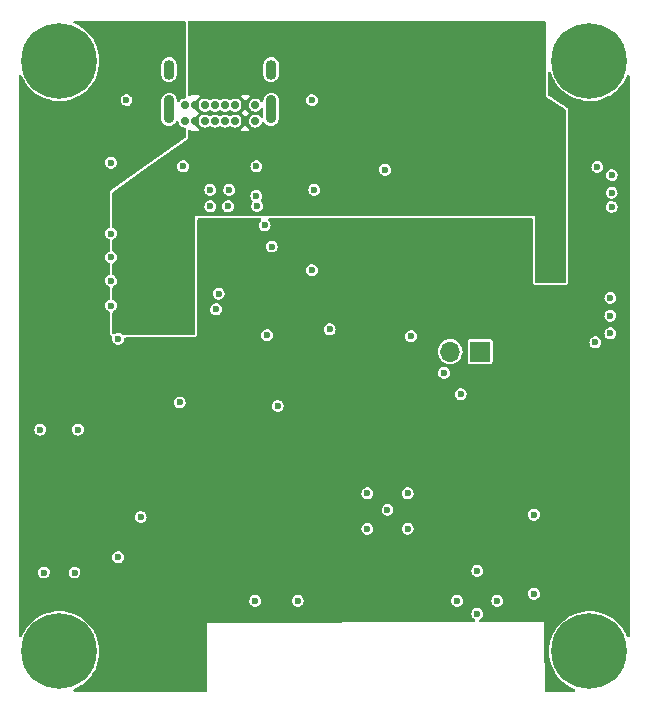
<source format=gbr>
%TF.GenerationSoftware,KiCad,Pcbnew,(6.0.2)*%
%TF.CreationDate,2022-05-29T19:06:36+02:00*%
%TF.ProjectId,PCB_ESP32_CAN,5043425f-4553-4503-9332-5f43414e2e6b,rev?*%
%TF.SameCoordinates,Original*%
%TF.FileFunction,Copper,L2,Inr*%
%TF.FilePolarity,Positive*%
%FSLAX46Y46*%
G04 Gerber Fmt 4.6, Leading zero omitted, Abs format (unit mm)*
G04 Created by KiCad (PCBNEW (6.0.2)) date 2022-05-29 19:06:36*
%MOMM*%
%LPD*%
G01*
G04 APERTURE LIST*
%TA.AperFunction,ComponentPad*%
%ADD10R,1.700000X1.700000*%
%TD*%
%TA.AperFunction,ComponentPad*%
%ADD11O,1.700000X1.700000*%
%TD*%
%TA.AperFunction,ComponentPad*%
%ADD12C,0.800000*%
%TD*%
%TA.AperFunction,ComponentPad*%
%ADD13C,6.400000*%
%TD*%
%TA.AperFunction,ComponentPad*%
%ADD14C,0.700000*%
%TD*%
%TA.AperFunction,ComponentPad*%
%ADD15O,0.900000X2.400000*%
%TD*%
%TA.AperFunction,ComponentPad*%
%ADD16O,0.900000X1.700000*%
%TD*%
%TA.AperFunction,ViaPad*%
%ADD17C,0.600000*%
%TD*%
%TA.AperFunction,ViaPad*%
%ADD18C,0.900000*%
%TD*%
G04 APERTURE END LIST*
D10*
%TO.N,Net-(JP1-Pad1)*%
%TO.C,120*%
X152540000Y-101700000D03*
D11*
%TO.N,/CANL*%
X150000000Y-101700000D03*
%TD*%
D12*
%TO.N,GND*%
%TO.C,H2*%
X116900000Y-129475000D03*
D13*
X116900000Y-127075000D03*
D12*
X118597056Y-128772056D03*
X116900000Y-124675000D03*
X118597056Y-125377944D03*
X115202944Y-128772056D03*
X115202944Y-125377944D03*
X114500000Y-127075000D03*
X119300000Y-127075000D03*
%TD*%
%TO.N,GND*%
%TO.C,H4*%
X163497056Y-125377944D03*
X160102944Y-125377944D03*
X164200000Y-127075000D03*
D13*
X161800000Y-127075000D03*
D12*
X159400000Y-127075000D03*
X160102944Y-128772056D03*
X161800000Y-124675000D03*
X161800000Y-129475000D03*
X163497056Y-128772056D03*
%TD*%
%TO.N,GND*%
%TO.C,H1*%
X119300000Y-77075000D03*
X114500000Y-77075000D03*
D13*
X116900000Y-77075000D03*
D12*
X116900000Y-79475000D03*
X115202944Y-75377944D03*
X115202944Y-78772056D03*
X118597056Y-78772056D03*
X116900000Y-74675000D03*
X118597056Y-75377944D03*
%TD*%
%TO.N,GND*%
%TO.C,H3*%
X164200000Y-77075000D03*
X161800000Y-79475000D03*
X163497056Y-75377944D03*
X160102944Y-78772056D03*
D13*
X161800000Y-77075000D03*
D12*
X159400000Y-77075000D03*
X160102944Y-75377944D03*
X161800000Y-74675000D03*
X163497056Y-78772056D03*
%TD*%
D14*
%TO.N,GND*%
%TO.C,J1*%
X133500000Y-82175000D03*
%TO.N,+5V*%
X132650000Y-82175000D03*
%TO.N,Net-(J1-PadA5)*%
X131800000Y-82175000D03*
%TO.N,/USB+*%
X130950000Y-82175000D03*
%TO.N,/USB-*%
X130100000Y-82175000D03*
%TO.N,unconnected-(J1-PadA8)*%
X129250000Y-82175000D03*
%TO.N,+5V*%
X128400000Y-82175000D03*
%TO.N,GND*%
X127550000Y-82175000D03*
X127550000Y-80825000D03*
%TO.N,+5V*%
X128400000Y-80825000D03*
%TO.N,Net-(J1-PadB5)*%
X129250000Y-80825000D03*
%TO.N,/USB+*%
X130100000Y-80825000D03*
%TO.N,/USB-*%
X130950000Y-80825000D03*
%TO.N,unconnected-(J1-PadB8)*%
X131800000Y-80825000D03*
%TO.N,+5V*%
X132650000Y-80825000D03*
%TO.N,GND*%
X133500000Y-80825000D03*
D15*
X126200000Y-81195000D03*
D16*
X134850000Y-77815000D03*
X126200000Y-77815000D03*
D15*
X134850000Y-81195000D03*
%TD*%
D17*
%TO.N,GND*%
X138300000Y-80400000D03*
X122600000Y-80400000D03*
X121300000Y-85700000D03*
X121300000Y-91700000D03*
X121300000Y-93700000D03*
X121300000Y-95700000D03*
X121300000Y-97800000D03*
X121900000Y-100600000D03*
X115300000Y-108300000D03*
X118500000Y-108300000D03*
X154000000Y-122800000D03*
X152300000Y-123900000D03*
X150600000Y-122800000D03*
X137100000Y-122800000D03*
X133500000Y-122800000D03*
X149500000Y-103500000D03*
X150900000Y-105300000D03*
X157100000Y-115500000D03*
X157100000Y-122200000D03*
X162300000Y-100900000D03*
X146700000Y-100400000D03*
X129700000Y-89400000D03*
X131200000Y-89400000D03*
X131300000Y-88000000D03*
X129700000Y-88000000D03*
X133600000Y-86000000D03*
X163575000Y-98650001D03*
X130400000Y-96800000D03*
X143000000Y-113700000D03*
X143000000Y-116700000D03*
X121900000Y-119100000D03*
X162475000Y-86050001D03*
X134500000Y-100300000D03*
X163675000Y-89450001D03*
X118200000Y-120400000D03*
X163575000Y-97150001D03*
X127400000Y-86000000D03*
X146400000Y-116700000D03*
X163575000Y-100150001D03*
X144700000Y-115100000D03*
X115600000Y-120400000D03*
X139800000Y-99800000D03*
X163675000Y-86750001D03*
X144500000Y-86300000D03*
X146400000Y-113700000D03*
X163675000Y-88250001D03*
%TO.N,/EN*%
X130200000Y-98100000D03*
X123800000Y-115700000D03*
X152300000Y-120265000D03*
X138500000Y-88000000D03*
%TO.N,+3V3*%
X144100000Y-91900000D03*
X120000000Y-107400000D03*
X145500000Y-91900000D03*
X134500000Y-101400000D03*
X144800000Y-91200000D03*
D18*
X155600000Y-91500000D03*
D17*
X152800000Y-95200000D03*
X125750000Y-83550000D03*
X155000000Y-122800000D03*
%TO.N,+5V*%
X153700000Y-89300000D03*
X158875000Y-95250001D03*
X158875000Y-84850001D03*
X122700000Y-88700000D03*
X158175000Y-84850001D03*
X158175000Y-82550001D03*
X158075000Y-93050001D03*
X158875000Y-82550001D03*
X158075000Y-95250001D03*
X124700000Y-94700000D03*
X158875000Y-93050001D03*
X150500000Y-88100000D03*
%TO.N,/IO0*%
X127100000Y-106000000D03*
X135400000Y-106300000D03*
X138300000Y-94800000D03*
%TO.N,Net-(R8-Pad2)*%
X133669511Y-89349450D03*
X134300000Y-91000000D03*
%TO.N,/TX*%
X133600000Y-88500000D03*
X134900000Y-92800000D03*
%TD*%
%TA.AperFunction,Conductor*%
%TO.N,+5V*%
G36*
X158042121Y-73695002D02*
G01*
X158088614Y-73748658D01*
X158100000Y-73801000D01*
X158100000Y-80100000D01*
X158781270Y-80540822D01*
X159742450Y-81162762D01*
X159788776Y-81216562D01*
X159800000Y-81268548D01*
X159800000Y-95774000D01*
X159779998Y-95842121D01*
X159726342Y-95888614D01*
X159674000Y-95900000D01*
X157326000Y-95900000D01*
X157257879Y-95879998D01*
X157211386Y-95826342D01*
X157200000Y-95774000D01*
X157200000Y-90200000D01*
X128400000Y-90200000D01*
X128400000Y-100174000D01*
X128379998Y-100242121D01*
X128326342Y-100288614D01*
X128274000Y-100300000D01*
X122359980Y-100300000D01*
X122291859Y-100279998D01*
X122264527Y-100256248D01*
X122238260Y-100225763D01*
X122238257Y-100225760D01*
X122232400Y-100218963D01*
X122112095Y-100140985D01*
X121974739Y-100099907D01*
X121965763Y-100099852D01*
X121965762Y-100099852D01*
X121905555Y-100099484D01*
X121831376Y-100099031D01*
X121693529Y-100138428D01*
X121671760Y-100152163D01*
X121593235Y-100201708D01*
X121524950Y-100221142D01*
X121456998Y-100200572D01*
X121410954Y-100146531D01*
X121400000Y-100095146D01*
X121400000Y-98387793D01*
X121420002Y-98319672D01*
X121473658Y-98273179D01*
X121491283Y-98266799D01*
X121492156Y-98266421D01*
X121500817Y-98264060D01*
X121622991Y-98189045D01*
X121719200Y-98082754D01*
X121781710Y-97953733D01*
X121805496Y-97812354D01*
X121805647Y-97800000D01*
X121785323Y-97658082D01*
X121725984Y-97527572D01*
X121707598Y-97506234D01*
X121638260Y-97425763D01*
X121638257Y-97425760D01*
X121632400Y-97418963D01*
X121512095Y-97340985D01*
X121489896Y-97334346D01*
X121430365Y-97295667D01*
X121401195Y-97230940D01*
X121400000Y-97213630D01*
X121400000Y-96287793D01*
X121420002Y-96219672D01*
X121473658Y-96173179D01*
X121491283Y-96166799D01*
X121492156Y-96166421D01*
X121500817Y-96164060D01*
X121622991Y-96089045D01*
X121719200Y-95982754D01*
X121781710Y-95853733D01*
X121805496Y-95712354D01*
X121805647Y-95700000D01*
X121797473Y-95642924D01*
X121786596Y-95566968D01*
X121786595Y-95566965D01*
X121785323Y-95558082D01*
X121725984Y-95427572D01*
X121662360Y-95353733D01*
X121638260Y-95325763D01*
X121638257Y-95325760D01*
X121632400Y-95318963D01*
X121512095Y-95240985D01*
X121489896Y-95234346D01*
X121430365Y-95195667D01*
X121401195Y-95130940D01*
X121400000Y-95113630D01*
X121400000Y-94287793D01*
X121420002Y-94219672D01*
X121473658Y-94173179D01*
X121491283Y-94166799D01*
X121492156Y-94166421D01*
X121500817Y-94164060D01*
X121622991Y-94089045D01*
X121719200Y-93982754D01*
X121781710Y-93853733D01*
X121805496Y-93712354D01*
X121805647Y-93700000D01*
X121785323Y-93558082D01*
X121725984Y-93427572D01*
X121707598Y-93406234D01*
X121638260Y-93325763D01*
X121638257Y-93325760D01*
X121632400Y-93318963D01*
X121512095Y-93240985D01*
X121489896Y-93234346D01*
X121430365Y-93195667D01*
X121401195Y-93130940D01*
X121400000Y-93113630D01*
X121400000Y-92287793D01*
X121420002Y-92219672D01*
X121473658Y-92173179D01*
X121491283Y-92166799D01*
X121492156Y-92166421D01*
X121500817Y-92164060D01*
X121622991Y-92089045D01*
X121719200Y-91982754D01*
X121781710Y-91853733D01*
X121805496Y-91712354D01*
X121805647Y-91700000D01*
X121785323Y-91558082D01*
X121725984Y-91427572D01*
X121692787Y-91389045D01*
X121638260Y-91325763D01*
X121638257Y-91325760D01*
X121632400Y-91318963D01*
X121512095Y-91240985D01*
X121489896Y-91234346D01*
X121430365Y-91195667D01*
X121401195Y-91130940D01*
X121400000Y-91113630D01*
X121400000Y-89393823D01*
X129194391Y-89393823D01*
X129195555Y-89402725D01*
X129195555Y-89402728D01*
X129196814Y-89412354D01*
X129212980Y-89535979D01*
X129270720Y-89667203D01*
X129276497Y-89674076D01*
X129276498Y-89674077D01*
X129320478Y-89726398D01*
X129362970Y-89776948D01*
X129482313Y-89856390D01*
X129619157Y-89899142D01*
X129628129Y-89899306D01*
X129628132Y-89899307D01*
X129693463Y-89900504D01*
X129762499Y-89901770D01*
X129771533Y-89899307D01*
X129892158Y-89866421D01*
X129892160Y-89866420D01*
X129900817Y-89864060D01*
X130022991Y-89789045D01*
X130119200Y-89682754D01*
X130181710Y-89553733D01*
X130205496Y-89412354D01*
X130205647Y-89400000D01*
X130204762Y-89393823D01*
X130694391Y-89393823D01*
X130695555Y-89402725D01*
X130695555Y-89402728D01*
X130696814Y-89412354D01*
X130712980Y-89535979D01*
X130770720Y-89667203D01*
X130776497Y-89674076D01*
X130776498Y-89674077D01*
X130820478Y-89726398D01*
X130862970Y-89776948D01*
X130982313Y-89856390D01*
X131119157Y-89899142D01*
X131128129Y-89899306D01*
X131128132Y-89899307D01*
X131193463Y-89900504D01*
X131262499Y-89901770D01*
X131271533Y-89899307D01*
X131392158Y-89866421D01*
X131392160Y-89866420D01*
X131400817Y-89864060D01*
X131522991Y-89789045D01*
X131619200Y-89682754D01*
X131681710Y-89553733D01*
X131705496Y-89412354D01*
X131705647Y-89400000D01*
X131697473Y-89342924D01*
X131686596Y-89266968D01*
X131686595Y-89266965D01*
X131685323Y-89258082D01*
X131625984Y-89127572D01*
X131582427Y-89077022D01*
X131538260Y-89025763D01*
X131538257Y-89025760D01*
X131532400Y-89018963D01*
X131412095Y-88940985D01*
X131274739Y-88899907D01*
X131265763Y-88899852D01*
X131265762Y-88899852D01*
X131205555Y-88899484D01*
X131131376Y-88899031D01*
X130993529Y-88938428D01*
X130872280Y-89014930D01*
X130777377Y-89122388D01*
X130716447Y-89252163D01*
X130715066Y-89261035D01*
X130698630Y-89366599D01*
X130694391Y-89393823D01*
X130204762Y-89393823D01*
X130197473Y-89342924D01*
X130186596Y-89266968D01*
X130186595Y-89266965D01*
X130185323Y-89258082D01*
X130125984Y-89127572D01*
X130082427Y-89077022D01*
X130038260Y-89025763D01*
X130038257Y-89025760D01*
X130032400Y-89018963D01*
X129912095Y-88940985D01*
X129774739Y-88899907D01*
X129765763Y-88899852D01*
X129765762Y-88899852D01*
X129705555Y-88899484D01*
X129631376Y-88899031D01*
X129493529Y-88938428D01*
X129372280Y-89014930D01*
X129277377Y-89122388D01*
X129216447Y-89252163D01*
X129215066Y-89261035D01*
X129198630Y-89366599D01*
X129194391Y-89393823D01*
X121400000Y-89393823D01*
X121400000Y-88265435D01*
X121420002Y-88197314D01*
X121453528Y-88162363D01*
X121505582Y-88125763D01*
X121693230Y-87993823D01*
X129194391Y-87993823D01*
X129195555Y-88002725D01*
X129195555Y-88002728D01*
X129200224Y-88038428D01*
X129212980Y-88135979D01*
X129216597Y-88144199D01*
X129250289Y-88220769D01*
X129270720Y-88267203D01*
X129276497Y-88274076D01*
X129276498Y-88274077D01*
X129349594Y-88361035D01*
X129362970Y-88376948D01*
X129482313Y-88456390D01*
X129619157Y-88499142D01*
X129628129Y-88499306D01*
X129628132Y-88499307D01*
X129693463Y-88500504D01*
X129762499Y-88501770D01*
X129771533Y-88499307D01*
X129892158Y-88466421D01*
X129892160Y-88466420D01*
X129900817Y-88464060D01*
X130022991Y-88389045D01*
X130119200Y-88282754D01*
X130181710Y-88153733D01*
X130205496Y-88012354D01*
X130205647Y-88000000D01*
X130204762Y-87993823D01*
X130794391Y-87993823D01*
X130795555Y-88002725D01*
X130795555Y-88002728D01*
X130800224Y-88038428D01*
X130812980Y-88135979D01*
X130816597Y-88144199D01*
X130850289Y-88220769D01*
X130870720Y-88267203D01*
X130876497Y-88274076D01*
X130876498Y-88274077D01*
X130949594Y-88361035D01*
X130962970Y-88376948D01*
X131082313Y-88456390D01*
X131219157Y-88499142D01*
X131228129Y-88499306D01*
X131228132Y-88499307D01*
X131293463Y-88500504D01*
X131362499Y-88501770D01*
X131371533Y-88499307D01*
X131391648Y-88493823D01*
X133094391Y-88493823D01*
X133095555Y-88502725D01*
X133095555Y-88502728D01*
X133096814Y-88512354D01*
X133112980Y-88635979D01*
X133170720Y-88767203D01*
X133176497Y-88774076D01*
X133176498Y-88774077D01*
X133257195Y-88870078D01*
X133257963Y-88870991D01*
X133262970Y-88876948D01*
X133262110Y-88877671D01*
X133295095Y-88930798D01*
X133293990Y-89001786D01*
X133268103Y-89047816D01*
X133246888Y-89071838D01*
X133185958Y-89201613D01*
X133163902Y-89343273D01*
X133165066Y-89352175D01*
X133165066Y-89352178D01*
X133166325Y-89361804D01*
X133182491Y-89485429D01*
X133240231Y-89616653D01*
X133246008Y-89623526D01*
X133246009Y-89623527D01*
X133301387Y-89689407D01*
X133332481Y-89726398D01*
X133339958Y-89731375D01*
X133408421Y-89776948D01*
X133451824Y-89805840D01*
X133588668Y-89848592D01*
X133597640Y-89848756D01*
X133597643Y-89848757D01*
X133662974Y-89849954D01*
X133732010Y-89851220D01*
X133741044Y-89848757D01*
X133861669Y-89815871D01*
X133861671Y-89815870D01*
X133870328Y-89813510D01*
X133992502Y-89738495D01*
X134088711Y-89632204D01*
X134151221Y-89503183D01*
X134175007Y-89361804D01*
X134175158Y-89349450D01*
X134161226Y-89252163D01*
X134156107Y-89216418D01*
X134156106Y-89216415D01*
X134154834Y-89207532D01*
X134095495Y-89077022D01*
X134001911Y-88968413D01*
X134004535Y-88966152D01*
X133975328Y-88920346D01*
X133975582Y-88849350D01*
X134002933Y-88800726D01*
X134013178Y-88789407D01*
X134019200Y-88782754D01*
X134081710Y-88653733D01*
X134105496Y-88512354D01*
X134105647Y-88500000D01*
X134090430Y-88393741D01*
X134086596Y-88366968D01*
X134086595Y-88366965D01*
X134085323Y-88358082D01*
X134025984Y-88227572D01*
X133962360Y-88153733D01*
X133938260Y-88125763D01*
X133938257Y-88125760D01*
X133932400Y-88118963D01*
X133812095Y-88040985D01*
X133674739Y-87999907D01*
X133665763Y-87999852D01*
X133665762Y-87999852D01*
X133605555Y-87999484D01*
X133531376Y-87999031D01*
X133393529Y-88038428D01*
X133272280Y-88114930D01*
X133177377Y-88222388D01*
X133116447Y-88352163D01*
X133094391Y-88493823D01*
X131391648Y-88493823D01*
X131492158Y-88466421D01*
X131492160Y-88466420D01*
X131500817Y-88464060D01*
X131622991Y-88389045D01*
X131719200Y-88282754D01*
X131781710Y-88153733D01*
X131805496Y-88012354D01*
X131805647Y-88000000D01*
X131804762Y-87993823D01*
X137994391Y-87993823D01*
X137995555Y-88002725D01*
X137995555Y-88002728D01*
X138000224Y-88038428D01*
X138012980Y-88135979D01*
X138016597Y-88144199D01*
X138050289Y-88220769D01*
X138070720Y-88267203D01*
X138076497Y-88274076D01*
X138076498Y-88274077D01*
X138149594Y-88361035D01*
X138162970Y-88376948D01*
X138282313Y-88456390D01*
X138419157Y-88499142D01*
X138428129Y-88499306D01*
X138428132Y-88499307D01*
X138493463Y-88500504D01*
X138562499Y-88501770D01*
X138571533Y-88499307D01*
X138692158Y-88466421D01*
X138692160Y-88466420D01*
X138700817Y-88464060D01*
X138822991Y-88389045D01*
X138919200Y-88282754D01*
X138981710Y-88153733D01*
X139005496Y-88012354D01*
X139005647Y-88000000D01*
X138985323Y-87858082D01*
X138925984Y-87727572D01*
X138907598Y-87706234D01*
X138838260Y-87625763D01*
X138838257Y-87625760D01*
X138832400Y-87618963D01*
X138712095Y-87540985D01*
X138574739Y-87499907D01*
X138565763Y-87499852D01*
X138565762Y-87499852D01*
X138505555Y-87499484D01*
X138431376Y-87499031D01*
X138293529Y-87538428D01*
X138172280Y-87614930D01*
X138077377Y-87722388D01*
X138016447Y-87852163D01*
X137994391Y-87993823D01*
X131804762Y-87993823D01*
X131785323Y-87858082D01*
X131725984Y-87727572D01*
X131707598Y-87706234D01*
X131638260Y-87625763D01*
X131638257Y-87625760D01*
X131632400Y-87618963D01*
X131512095Y-87540985D01*
X131374739Y-87499907D01*
X131365763Y-87499852D01*
X131365762Y-87499852D01*
X131305555Y-87499484D01*
X131231376Y-87499031D01*
X131093529Y-87538428D01*
X130972280Y-87614930D01*
X130877377Y-87722388D01*
X130816447Y-87852163D01*
X130794391Y-87993823D01*
X130204762Y-87993823D01*
X130185323Y-87858082D01*
X130125984Y-87727572D01*
X130107598Y-87706234D01*
X130038260Y-87625763D01*
X130038257Y-87625760D01*
X130032400Y-87618963D01*
X129912095Y-87540985D01*
X129774739Y-87499907D01*
X129765763Y-87499852D01*
X129765762Y-87499852D01*
X129705555Y-87499484D01*
X129631376Y-87499031D01*
X129493529Y-87538428D01*
X129372280Y-87614930D01*
X129277377Y-87722388D01*
X129216447Y-87852163D01*
X129194391Y-87993823D01*
X121693230Y-87993823D01*
X124537674Y-85993823D01*
X126894391Y-85993823D01*
X126895555Y-86002725D01*
X126895555Y-86002728D01*
X126898126Y-86022388D01*
X126912980Y-86135979D01*
X126970720Y-86267203D01*
X126976497Y-86274076D01*
X126976498Y-86274077D01*
X127000582Y-86302728D01*
X127062970Y-86376948D01*
X127182313Y-86456390D01*
X127190888Y-86459069D01*
X127206864Y-86464060D01*
X127319157Y-86499142D01*
X127328129Y-86499306D01*
X127328132Y-86499307D01*
X127393463Y-86500504D01*
X127462499Y-86501770D01*
X127471533Y-86499307D01*
X127592158Y-86466421D01*
X127592160Y-86466420D01*
X127600817Y-86464060D01*
X127722991Y-86389045D01*
X127819200Y-86282754D01*
X127881710Y-86153733D01*
X127905496Y-86012354D01*
X127905647Y-86000000D01*
X127904762Y-85993823D01*
X133094391Y-85993823D01*
X133095555Y-86002725D01*
X133095555Y-86002728D01*
X133098126Y-86022388D01*
X133112980Y-86135979D01*
X133170720Y-86267203D01*
X133176497Y-86274076D01*
X133176498Y-86274077D01*
X133200582Y-86302728D01*
X133262970Y-86376948D01*
X133382313Y-86456390D01*
X133390888Y-86459069D01*
X133406864Y-86464060D01*
X133519157Y-86499142D01*
X133528129Y-86499306D01*
X133528132Y-86499307D01*
X133593463Y-86500504D01*
X133662499Y-86501770D01*
X133671533Y-86499307D01*
X133792158Y-86466421D01*
X133792160Y-86466420D01*
X133800817Y-86464060D01*
X133922991Y-86389045D01*
X134009181Y-86293823D01*
X143994391Y-86293823D01*
X143995555Y-86302725D01*
X143995555Y-86302728D01*
X143996814Y-86312354D01*
X144012980Y-86435979D01*
X144070720Y-86567203D01*
X144076497Y-86574076D01*
X144076498Y-86574077D01*
X144083792Y-86582754D01*
X144162970Y-86676948D01*
X144282313Y-86756390D01*
X144419157Y-86799142D01*
X144428129Y-86799306D01*
X144428132Y-86799307D01*
X144493463Y-86800504D01*
X144562499Y-86801770D01*
X144571533Y-86799307D01*
X144692158Y-86766421D01*
X144692160Y-86766420D01*
X144700817Y-86764060D01*
X144822991Y-86689045D01*
X144919200Y-86582754D01*
X144981710Y-86453733D01*
X145005496Y-86312354D01*
X145005647Y-86300000D01*
X144985323Y-86158082D01*
X144975274Y-86135979D01*
X144929700Y-86035746D01*
X144925984Y-86027572D01*
X144896904Y-85993823D01*
X144838260Y-85925763D01*
X144838257Y-85925760D01*
X144832400Y-85918963D01*
X144712095Y-85840985D01*
X144574739Y-85799907D01*
X144565763Y-85799852D01*
X144565762Y-85799852D01*
X144505555Y-85799484D01*
X144431376Y-85799031D01*
X144293529Y-85838428D01*
X144172280Y-85914930D01*
X144077377Y-86022388D01*
X144016447Y-86152163D01*
X144014595Y-86164060D01*
X143998536Y-86267203D01*
X143994391Y-86293823D01*
X134009181Y-86293823D01*
X134019200Y-86282754D01*
X134081710Y-86153733D01*
X134105496Y-86012354D01*
X134105647Y-86000000D01*
X134093464Y-85914930D01*
X134086596Y-85866968D01*
X134086595Y-85866965D01*
X134085323Y-85858082D01*
X134075274Y-85835979D01*
X134059596Y-85801498D01*
X134025984Y-85727572D01*
X133996904Y-85693823D01*
X133938260Y-85625763D01*
X133938257Y-85625760D01*
X133932400Y-85618963D01*
X133812095Y-85540985D01*
X133674739Y-85499907D01*
X133665763Y-85499852D01*
X133665762Y-85499852D01*
X133605555Y-85499484D01*
X133531376Y-85499031D01*
X133393529Y-85538428D01*
X133272280Y-85614930D01*
X133177377Y-85722388D01*
X133116447Y-85852163D01*
X133115066Y-85861035D01*
X133098536Y-85967203D01*
X133094391Y-85993823D01*
X127904762Y-85993823D01*
X127893464Y-85914930D01*
X127886596Y-85866968D01*
X127886595Y-85866965D01*
X127885323Y-85858082D01*
X127875274Y-85835979D01*
X127859596Y-85801498D01*
X127825984Y-85727572D01*
X127796904Y-85693823D01*
X127738260Y-85625763D01*
X127738257Y-85625760D01*
X127732400Y-85618963D01*
X127612095Y-85540985D01*
X127474739Y-85499907D01*
X127465763Y-85499852D01*
X127465762Y-85499852D01*
X127405555Y-85499484D01*
X127331376Y-85499031D01*
X127193529Y-85538428D01*
X127072280Y-85614930D01*
X126977377Y-85722388D01*
X126916447Y-85852163D01*
X126915066Y-85861035D01*
X126898536Y-85967203D01*
X126894391Y-85993823D01*
X124537674Y-85993823D01*
X127800000Y-83700000D01*
X127800000Y-83041084D01*
X127820002Y-82972963D01*
X127873658Y-82926470D01*
X127943932Y-82916366D01*
X127977248Y-82925977D01*
X128127367Y-82992814D01*
X128139863Y-82996874D01*
X128303364Y-83031628D01*
X128316424Y-83033000D01*
X128483576Y-83033000D01*
X128496636Y-83031628D01*
X128660140Y-82996873D01*
X128672628Y-82992816D01*
X128784763Y-82942890D01*
X128793940Y-82935090D01*
X132254740Y-82935090D01*
X132258251Y-82939780D01*
X132377372Y-82992816D01*
X132389860Y-82996873D01*
X132553364Y-83031628D01*
X132566424Y-83033000D01*
X132733576Y-83033000D01*
X132746636Y-83031628D01*
X132910140Y-82996873D01*
X132922628Y-82992816D01*
X133034763Y-82942890D01*
X133045507Y-82933758D01*
X133043910Y-82928120D01*
X132662812Y-82547022D01*
X132648868Y-82539408D01*
X132647035Y-82539539D01*
X132640420Y-82543790D01*
X132261500Y-82922710D01*
X132254740Y-82935090D01*
X128793940Y-82935090D01*
X128795507Y-82933758D01*
X128793910Y-82928120D01*
X128141077Y-82275287D01*
X128107051Y-82212975D01*
X128104172Y-82186192D01*
X128104172Y-82183188D01*
X128105250Y-82175000D01*
X128694750Y-82175000D01*
X128713670Y-82318709D01*
X128769139Y-82452625D01*
X128857379Y-82567621D01*
X128972375Y-82655861D01*
X129106291Y-82711330D01*
X129250000Y-82730250D01*
X129393709Y-82711330D01*
X129527625Y-82655861D01*
X129598296Y-82601633D01*
X129664516Y-82576032D01*
X129734065Y-82590297D01*
X129751704Y-82601633D01*
X129822375Y-82655861D01*
X129956291Y-82711330D01*
X130100000Y-82730250D01*
X130243709Y-82711330D01*
X130377625Y-82655861D01*
X130448296Y-82601633D01*
X130514516Y-82576032D01*
X130584065Y-82590297D01*
X130601704Y-82601633D01*
X130672375Y-82655861D01*
X130806291Y-82711330D01*
X130950000Y-82730250D01*
X131093709Y-82711330D01*
X131227625Y-82655861D01*
X131298296Y-82601633D01*
X131364516Y-82576032D01*
X131434065Y-82590297D01*
X131451704Y-82601633D01*
X131522375Y-82655861D01*
X131656291Y-82711330D01*
X131800000Y-82730250D01*
X131943709Y-82711330D01*
X132077625Y-82655861D01*
X132192621Y-82567621D01*
X132280861Y-82452625D01*
X132336330Y-82318709D01*
X132355250Y-82175000D01*
X132944750Y-82175000D01*
X132963670Y-82318709D01*
X133019139Y-82452625D01*
X133107379Y-82567621D01*
X133222375Y-82655861D01*
X133356291Y-82711330D01*
X133500000Y-82730250D01*
X133643709Y-82711330D01*
X133777625Y-82655861D01*
X133892621Y-82567621D01*
X133980861Y-82452625D01*
X134036330Y-82318709D01*
X134037408Y-82310520D01*
X134037409Y-82310518D01*
X134038719Y-82300563D01*
X134067440Y-82235635D01*
X134126704Y-82196543D01*
X134197696Y-82195696D01*
X134257875Y-82233365D01*
X134273072Y-82254911D01*
X134275432Y-82260871D01*
X134280090Y-82267282D01*
X134280091Y-82267284D01*
X134320896Y-82323447D01*
X134372037Y-82393837D01*
X134498674Y-82498600D01*
X134647387Y-82568579D01*
X134655170Y-82570064D01*
X134655174Y-82570065D01*
X134801044Y-82597891D01*
X134801046Y-82597891D01*
X134808830Y-82599376D01*
X134890845Y-82594216D01*
X134964949Y-82589554D01*
X134964951Y-82589554D01*
X134972860Y-82589056D01*
X134980396Y-82586607D01*
X134980398Y-82586607D01*
X135038831Y-82567621D01*
X135129171Y-82538268D01*
X135267940Y-82450202D01*
X135380448Y-82330393D01*
X135386872Y-82318709D01*
X135433790Y-82233365D01*
X135459627Y-82186368D01*
X135465420Y-82163808D01*
X135498529Y-82034855D01*
X135498529Y-82034852D01*
X135500500Y-82027177D01*
X135500500Y-80404075D01*
X135499205Y-80393823D01*
X137794391Y-80393823D01*
X137795555Y-80402725D01*
X137795555Y-80402728D01*
X137799433Y-80432379D01*
X137812980Y-80535979D01*
X137870720Y-80667203D01*
X137876497Y-80674076D01*
X137876498Y-80674077D01*
X137882562Y-80681291D01*
X137962970Y-80776948D01*
X138082313Y-80856390D01*
X138219157Y-80899142D01*
X138228129Y-80899306D01*
X138228132Y-80899307D01*
X138293463Y-80900504D01*
X138362499Y-80901770D01*
X138371533Y-80899307D01*
X138492158Y-80866421D01*
X138492160Y-80866420D01*
X138500817Y-80864060D01*
X138622991Y-80789045D01*
X138719200Y-80682754D01*
X138754089Y-80610743D01*
X138777795Y-80561814D01*
X138777795Y-80561813D01*
X138781710Y-80553733D01*
X138805496Y-80412354D01*
X138805647Y-80400000D01*
X138790156Y-80291831D01*
X138786596Y-80266968D01*
X138786595Y-80266965D01*
X138785323Y-80258082D01*
X138725984Y-80127572D01*
X138679843Y-80074023D01*
X138638260Y-80025763D01*
X138638257Y-80025760D01*
X138632400Y-80018963D01*
X138512095Y-79940985D01*
X138374739Y-79899907D01*
X138365763Y-79899852D01*
X138365762Y-79899852D01*
X138305555Y-79899484D01*
X138231376Y-79899031D01*
X138093529Y-79938428D01*
X137972280Y-80014930D01*
X137966338Y-80021658D01*
X137966337Y-80021659D01*
X137928139Y-80064910D01*
X137877377Y-80122388D01*
X137816447Y-80252163D01*
X137815066Y-80261035D01*
X137799218Y-80362823D01*
X137794391Y-80393823D01*
X135499205Y-80393823D01*
X135492529Y-80340979D01*
X135486065Y-80289807D01*
X135486064Y-80289804D01*
X135485071Y-80281942D01*
X135479143Y-80266968D01*
X135465503Y-80232519D01*
X135424568Y-80129129D01*
X135419671Y-80122388D01*
X135332623Y-80002577D01*
X135327963Y-79996163D01*
X135201326Y-79891400D01*
X135052613Y-79821421D01*
X135044830Y-79819936D01*
X135044826Y-79819935D01*
X134898956Y-79792109D01*
X134898954Y-79792109D01*
X134891170Y-79790624D01*
X134809155Y-79795784D01*
X134735051Y-79800446D01*
X134735049Y-79800446D01*
X134727140Y-79800944D01*
X134719604Y-79803393D01*
X134719602Y-79803393D01*
X134677637Y-79817028D01*
X134570829Y-79851732D01*
X134432060Y-79939798D01*
X134426633Y-79945577D01*
X134426632Y-79945578D01*
X134362305Y-80014080D01*
X134319552Y-80059607D01*
X134315735Y-80066551D01*
X134315733Y-80066553D01*
X134274506Y-80141545D01*
X134240373Y-80203632D01*
X134238403Y-80211304D01*
X134238402Y-80211307D01*
X134204297Y-80344139D01*
X134199500Y-80362823D01*
X134199500Y-80461128D01*
X134179498Y-80529249D01*
X134125842Y-80575742D01*
X134055568Y-80585846D01*
X133990988Y-80556352D01*
X133973538Y-80537832D01*
X133897647Y-80438929D01*
X133892621Y-80432379D01*
X133777625Y-80344139D01*
X133643709Y-80288670D01*
X133500000Y-80269750D01*
X133356291Y-80288670D01*
X133222375Y-80344139D01*
X133107379Y-80432379D01*
X133019139Y-80547375D01*
X132963670Y-80681291D01*
X132944750Y-80825000D01*
X132963670Y-80968709D01*
X133019139Y-81102625D01*
X133107379Y-81217621D01*
X133222375Y-81305861D01*
X133356291Y-81361330D01*
X133427530Y-81370709D01*
X133460715Y-81375078D01*
X133500625Y-81392734D01*
X133539285Y-81375078D01*
X133572470Y-81370709D01*
X133643709Y-81361330D01*
X133777625Y-81305861D01*
X133892621Y-81217621D01*
X133973539Y-81112167D01*
X134030876Y-81070301D01*
X134101746Y-81066079D01*
X134163649Y-81100843D01*
X134196931Y-81163556D01*
X134199500Y-81188872D01*
X134199500Y-81811128D01*
X134179498Y-81879249D01*
X134125842Y-81925742D01*
X134055568Y-81935846D01*
X133990988Y-81906352D01*
X133973538Y-81887832D01*
X133897647Y-81788929D01*
X133892621Y-81782379D01*
X133777625Y-81694139D01*
X133643709Y-81638670D01*
X133539285Y-81624922D01*
X133499375Y-81607266D01*
X133460715Y-81624922D01*
X133356291Y-81638670D01*
X133222375Y-81694139D01*
X133107379Y-81782379D01*
X133019139Y-81897375D01*
X132963670Y-82031291D01*
X132944750Y-82175000D01*
X132355250Y-82175000D01*
X132336330Y-82031291D01*
X132280861Y-81897375D01*
X132192621Y-81782379D01*
X132077625Y-81694139D01*
X131943709Y-81638670D01*
X131839285Y-81624922D01*
X131799375Y-81607266D01*
X131760715Y-81624922D01*
X131656291Y-81638670D01*
X131522375Y-81694139D01*
X131456241Y-81744886D01*
X131451704Y-81748367D01*
X131385484Y-81773968D01*
X131315935Y-81759703D01*
X131298296Y-81748367D01*
X131293759Y-81744886D01*
X131227625Y-81694139D01*
X131093709Y-81638670D01*
X130989285Y-81624922D01*
X130949375Y-81607266D01*
X130910715Y-81624922D01*
X130806291Y-81638670D01*
X130672375Y-81694139D01*
X130606241Y-81744886D01*
X130601704Y-81748367D01*
X130535484Y-81773968D01*
X130465935Y-81759703D01*
X130448296Y-81748367D01*
X130443759Y-81744886D01*
X130377625Y-81694139D01*
X130243709Y-81638670D01*
X130139285Y-81624922D01*
X130099375Y-81607266D01*
X130060715Y-81624922D01*
X129956291Y-81638670D01*
X129822375Y-81694139D01*
X129756241Y-81744886D01*
X129751704Y-81748367D01*
X129685484Y-81773968D01*
X129615935Y-81759703D01*
X129598296Y-81748367D01*
X129593759Y-81744886D01*
X129527625Y-81694139D01*
X129393709Y-81638670D01*
X129289285Y-81624922D01*
X129249375Y-81607266D01*
X129210715Y-81624922D01*
X129106291Y-81638670D01*
X128972375Y-81694139D01*
X128857379Y-81782379D01*
X128769139Y-81897375D01*
X128713670Y-82031291D01*
X128694750Y-82175000D01*
X128105250Y-82175000D01*
X128104172Y-82166812D01*
X128104172Y-82163808D01*
X128124174Y-82095687D01*
X128141077Y-82074713D01*
X128702978Y-81512812D01*
X128709356Y-81501132D01*
X132339408Y-81501132D01*
X132339539Y-81502965D01*
X132343790Y-81509580D01*
X132637188Y-81802978D01*
X132651132Y-81810592D01*
X132652965Y-81810461D01*
X132659580Y-81806210D01*
X132952978Y-81512812D01*
X132960592Y-81498868D01*
X132960461Y-81497035D01*
X132956210Y-81490420D01*
X132662812Y-81197022D01*
X132648868Y-81189408D01*
X132647035Y-81189539D01*
X132640420Y-81193790D01*
X132347022Y-81487188D01*
X132339408Y-81501132D01*
X128709356Y-81501132D01*
X128710592Y-81498868D01*
X128710461Y-81497035D01*
X128706210Y-81490420D01*
X128141077Y-80925287D01*
X128107051Y-80862975D01*
X128104172Y-80836192D01*
X128104172Y-80833188D01*
X128105250Y-80825000D01*
X128694750Y-80825000D01*
X128713670Y-80968709D01*
X128769139Y-81102625D01*
X128857379Y-81217621D01*
X128972375Y-81305861D01*
X129106291Y-81361330D01*
X129177530Y-81370709D01*
X129210715Y-81375078D01*
X129250625Y-81392734D01*
X129289285Y-81375078D01*
X129322470Y-81370709D01*
X129393709Y-81361330D01*
X129527625Y-81305861D01*
X129598296Y-81251633D01*
X129664516Y-81226032D01*
X129734065Y-81240297D01*
X129751704Y-81251633D01*
X129822375Y-81305861D01*
X129956291Y-81361330D01*
X130027530Y-81370709D01*
X130060715Y-81375078D01*
X130100625Y-81392734D01*
X130139285Y-81375078D01*
X130172470Y-81370709D01*
X130243709Y-81361330D01*
X130377625Y-81305861D01*
X130448296Y-81251633D01*
X130514516Y-81226032D01*
X130584065Y-81240297D01*
X130601704Y-81251633D01*
X130672375Y-81305861D01*
X130806291Y-81361330D01*
X130877530Y-81370709D01*
X130910715Y-81375078D01*
X130950625Y-81392734D01*
X130989285Y-81375078D01*
X131022470Y-81370709D01*
X131093709Y-81361330D01*
X131227625Y-81305861D01*
X131298296Y-81251633D01*
X131364516Y-81226032D01*
X131434065Y-81240297D01*
X131451704Y-81251633D01*
X131522375Y-81305861D01*
X131656291Y-81361330D01*
X131727530Y-81370709D01*
X131760715Y-81375078D01*
X131800625Y-81392734D01*
X131839285Y-81375078D01*
X131872470Y-81370709D01*
X131943709Y-81361330D01*
X132077625Y-81305861D01*
X132192621Y-81217621D01*
X132280861Y-81102625D01*
X132336330Y-80968709D01*
X132355250Y-80825000D01*
X132336330Y-80681291D01*
X132280861Y-80547375D01*
X132192621Y-80432379D01*
X132077625Y-80344139D01*
X131943709Y-80288670D01*
X131800000Y-80269750D01*
X131656291Y-80288670D01*
X131522375Y-80344139D01*
X131457626Y-80393823D01*
X131451704Y-80398367D01*
X131385484Y-80423968D01*
X131315935Y-80409703D01*
X131298296Y-80398367D01*
X131292374Y-80393823D01*
X131227625Y-80344139D01*
X131093709Y-80288670D01*
X130950000Y-80269750D01*
X130806291Y-80288670D01*
X130672375Y-80344139D01*
X130607626Y-80393823D01*
X130601704Y-80398367D01*
X130535484Y-80423968D01*
X130465935Y-80409703D01*
X130448296Y-80398367D01*
X130442374Y-80393823D01*
X130377625Y-80344139D01*
X130243709Y-80288670D01*
X130100000Y-80269750D01*
X129956291Y-80288670D01*
X129822375Y-80344139D01*
X129757626Y-80393823D01*
X129751704Y-80398367D01*
X129685484Y-80423968D01*
X129615935Y-80409703D01*
X129598296Y-80398367D01*
X129592374Y-80393823D01*
X129527625Y-80344139D01*
X129393709Y-80288670D01*
X129250000Y-80269750D01*
X129106291Y-80288670D01*
X128972375Y-80344139D01*
X128857379Y-80432379D01*
X128769139Y-80547375D01*
X128713670Y-80681291D01*
X128694750Y-80825000D01*
X128105250Y-80825000D01*
X128104172Y-80816812D01*
X128104172Y-80813808D01*
X128124174Y-80745687D01*
X128141077Y-80724713D01*
X128788500Y-80077290D01*
X128794533Y-80066242D01*
X132254493Y-80066242D01*
X132256090Y-80071880D01*
X132637188Y-80452978D01*
X132651132Y-80460592D01*
X132652965Y-80460461D01*
X132659580Y-80456210D01*
X133038500Y-80077290D01*
X133045260Y-80064910D01*
X133041749Y-80060220D01*
X132922628Y-80007184D01*
X132910140Y-80003127D01*
X132746636Y-79968372D01*
X132733576Y-79967000D01*
X132566424Y-79967000D01*
X132553364Y-79968372D01*
X132389860Y-80003127D01*
X132377372Y-80007184D01*
X132265237Y-80057110D01*
X132254493Y-80066242D01*
X128794533Y-80066242D01*
X128795260Y-80064910D01*
X128791749Y-80060220D01*
X128672628Y-80007184D01*
X128660140Y-80003127D01*
X128496636Y-79968372D01*
X128483576Y-79967000D01*
X128316424Y-79967000D01*
X128303364Y-79968372D01*
X128139863Y-80003126D01*
X128127367Y-80007186D01*
X127977248Y-80074023D01*
X127906881Y-80083457D01*
X127842584Y-80053350D01*
X127804771Y-79993261D01*
X127800000Y-79958916D01*
X127800000Y-78255925D01*
X134199500Y-78255925D01*
X134214929Y-78378058D01*
X134275432Y-78530871D01*
X134372037Y-78663837D01*
X134498674Y-78768600D01*
X134647387Y-78838579D01*
X134655170Y-78840064D01*
X134655174Y-78840065D01*
X134801044Y-78867891D01*
X134801046Y-78867891D01*
X134808830Y-78869376D01*
X134890845Y-78864216D01*
X134964949Y-78859554D01*
X134964951Y-78859554D01*
X134972860Y-78859056D01*
X134980396Y-78856607D01*
X134980398Y-78856607D01*
X135035882Y-78838579D01*
X135129171Y-78808268D01*
X135267940Y-78720202D01*
X135380448Y-78600393D01*
X135422720Y-78523502D01*
X135455807Y-78463316D01*
X135459627Y-78456368D01*
X135479734Y-78378058D01*
X135498529Y-78304855D01*
X135498529Y-78304852D01*
X135500500Y-78297177D01*
X135500500Y-77374075D01*
X135485071Y-77251942D01*
X135424568Y-77099129D01*
X135407038Y-77075000D01*
X135332623Y-76972577D01*
X135327963Y-76966163D01*
X135201326Y-76861400D01*
X135052613Y-76791421D01*
X135044830Y-76789936D01*
X135044826Y-76789935D01*
X134898956Y-76762109D01*
X134898954Y-76762109D01*
X134891170Y-76760624D01*
X134809155Y-76765784D01*
X134735051Y-76770446D01*
X134735049Y-76770446D01*
X134727140Y-76770944D01*
X134719604Y-76773393D01*
X134719602Y-76773393D01*
X134677637Y-76787028D01*
X134570829Y-76821732D01*
X134432060Y-76909798D01*
X134319552Y-77029607D01*
X134315735Y-77036551D01*
X134315733Y-77036553D01*
X134274506Y-77111545D01*
X134240373Y-77173632D01*
X134238403Y-77181304D01*
X134238402Y-77181307D01*
X134218247Y-77259807D01*
X134199500Y-77332823D01*
X134199500Y-78255925D01*
X127800000Y-78255925D01*
X127800000Y-73801000D01*
X127820002Y-73732879D01*
X127873658Y-73686386D01*
X127926000Y-73675000D01*
X157974000Y-73675000D01*
X158042121Y-73695002D01*
G37*
%TD.AperFunction*%
%TD*%
%TA.AperFunction,Conductor*%
%TO.N,+3V3*%
G36*
X127542121Y-73695002D02*
G01*
X127588614Y-73748658D01*
X127600000Y-73801000D01*
X127600000Y-79958916D01*
X127601902Y-79986435D01*
X127606673Y-80020780D01*
X127608962Y-80027055D01*
X127608963Y-80027057D01*
X127635498Y-80099782D01*
X127633693Y-80100441D01*
X127644144Y-80161257D01*
X127616430Y-80226621D01*
X127557777Y-80266625D01*
X127535429Y-80271668D01*
X127457394Y-80281942D01*
X127406291Y-80288670D01*
X127272375Y-80344139D01*
X127157379Y-80432379D01*
X127123848Y-80476078D01*
X127076462Y-80537832D01*
X127019124Y-80579699D01*
X126948254Y-80583921D01*
X126886351Y-80549157D01*
X126853069Y-80486444D01*
X126850500Y-80461128D01*
X126850500Y-80404075D01*
X126842529Y-80340979D01*
X126836065Y-80289807D01*
X126836064Y-80289804D01*
X126835071Y-80281942D01*
X126829143Y-80266968D01*
X126813168Y-80226621D01*
X126774568Y-80129129D01*
X126769671Y-80122388D01*
X126682623Y-80002577D01*
X126677963Y-79996163D01*
X126551326Y-79891400D01*
X126533157Y-79882850D01*
X126515675Y-79874624D01*
X126402613Y-79821421D01*
X126394830Y-79819936D01*
X126394826Y-79819935D01*
X126248956Y-79792109D01*
X126248954Y-79792109D01*
X126241170Y-79790624D01*
X126159155Y-79795784D01*
X126085051Y-79800446D01*
X126085049Y-79800446D01*
X126077140Y-79800944D01*
X126069604Y-79803393D01*
X126069602Y-79803393D01*
X126027637Y-79817028D01*
X125920829Y-79851732D01*
X125782060Y-79939798D01*
X125776633Y-79945577D01*
X125776632Y-79945578D01*
X125712305Y-80014080D01*
X125669552Y-80059607D01*
X125665735Y-80066551D01*
X125665733Y-80066553D01*
X125624506Y-80141545D01*
X125590373Y-80203632D01*
X125588403Y-80211304D01*
X125588402Y-80211307D01*
X125554297Y-80344139D01*
X125549500Y-80362823D01*
X125549500Y-81985925D01*
X125564929Y-82108058D01*
X125625432Y-82260871D01*
X125630090Y-82267282D01*
X125630091Y-82267284D01*
X125670898Y-82323450D01*
X125722037Y-82393837D01*
X125848674Y-82498600D01*
X125997387Y-82568579D01*
X126005170Y-82570064D01*
X126005174Y-82570065D01*
X126151044Y-82597891D01*
X126151046Y-82597891D01*
X126158830Y-82599376D01*
X126240845Y-82594216D01*
X126314949Y-82589554D01*
X126314951Y-82589554D01*
X126322860Y-82589056D01*
X126330396Y-82586607D01*
X126330398Y-82586607D01*
X126388831Y-82567621D01*
X126479171Y-82538268D01*
X126617940Y-82450202D01*
X126730448Y-82330393D01*
X126775024Y-82249310D01*
X126825370Y-82199252D01*
X126894787Y-82184359D01*
X126961236Y-82209360D01*
X127003619Y-82266318D01*
X127010360Y-82293566D01*
X127013670Y-82318709D01*
X127069139Y-82452625D01*
X127157379Y-82567621D01*
X127272375Y-82655861D01*
X127406291Y-82711330D01*
X127535607Y-82728355D01*
X127600535Y-82757077D01*
X127639626Y-82816343D01*
X127640471Y-82887334D01*
X127633718Y-82903673D01*
X127634299Y-82903917D01*
X127631558Y-82910440D01*
X127628103Y-82916617D01*
X127608101Y-82984738D01*
X127600000Y-83041084D01*
X127600000Y-83530700D01*
X127579998Y-83598821D01*
X127546472Y-83633772D01*
X124422639Y-85830217D01*
X121578195Y-87830217D01*
X121390548Y-87962156D01*
X121338494Y-87998756D01*
X121336189Y-88000736D01*
X121336183Y-88000740D01*
X121325513Y-88009903D01*
X121309195Y-88023915D01*
X121307096Y-88026103D01*
X121307092Y-88026107D01*
X121280895Y-88053417D01*
X121280892Y-88053421D01*
X121275669Y-88058866D01*
X121271887Y-88065394D01*
X121271884Y-88065398D01*
X121250584Y-88102164D01*
X121228103Y-88140968D01*
X121225976Y-88148213D01*
X121225974Y-88148217D01*
X121209370Y-88204766D01*
X121208101Y-88209089D01*
X121207461Y-88213537D01*
X121207460Y-88213544D01*
X121201142Y-88257494D01*
X121200000Y-88265435D01*
X121200000Y-91112965D01*
X121179998Y-91181086D01*
X121126342Y-91227579D01*
X121108625Y-91234114D01*
X121093529Y-91238428D01*
X120972280Y-91314930D01*
X120877377Y-91422388D01*
X120816447Y-91552163D01*
X120794391Y-91693823D01*
X120812980Y-91835979D01*
X120870720Y-91967203D01*
X120962970Y-92076948D01*
X121082313Y-92156390D01*
X121090882Y-92159067D01*
X121090884Y-92159068D01*
X121111712Y-92165575D01*
X121170769Y-92204980D01*
X121199147Y-92270059D01*
X121199629Y-92287793D01*
X121200000Y-92287793D01*
X121200000Y-93112965D01*
X121179998Y-93181086D01*
X121126342Y-93227579D01*
X121108625Y-93234114D01*
X121093529Y-93238428D01*
X120972280Y-93314930D01*
X120877377Y-93422388D01*
X120816447Y-93552163D01*
X120794391Y-93693823D01*
X120812980Y-93835979D01*
X120870720Y-93967203D01*
X120962970Y-94076948D01*
X121082313Y-94156390D01*
X121090882Y-94159067D01*
X121090884Y-94159068D01*
X121111712Y-94165575D01*
X121170769Y-94204980D01*
X121199147Y-94270059D01*
X121199629Y-94287793D01*
X121200000Y-94287793D01*
X121200000Y-95112965D01*
X121179998Y-95181086D01*
X121126342Y-95227579D01*
X121108625Y-95234114D01*
X121093529Y-95238428D01*
X120972280Y-95314930D01*
X120877377Y-95422388D01*
X120816447Y-95552163D01*
X120794391Y-95693823D01*
X120812980Y-95835979D01*
X120816597Y-95844199D01*
X120863624Y-95951075D01*
X120870720Y-95967203D01*
X120876497Y-95974076D01*
X120876498Y-95974077D01*
X120931714Y-96039764D01*
X120962970Y-96076948D01*
X121082313Y-96156390D01*
X121090882Y-96159067D01*
X121090884Y-96159068D01*
X121111712Y-96165575D01*
X121170769Y-96204980D01*
X121199147Y-96270059D01*
X121199629Y-96287793D01*
X121200000Y-96287793D01*
X121200000Y-97212965D01*
X121179998Y-97281086D01*
X121126342Y-97327579D01*
X121108625Y-97334114D01*
X121093529Y-97338428D01*
X120972280Y-97414930D01*
X120966338Y-97421658D01*
X120966337Y-97421659D01*
X120950662Y-97439408D01*
X120877377Y-97522388D01*
X120816447Y-97652163D01*
X120794391Y-97793823D01*
X120795555Y-97802725D01*
X120795555Y-97802728D01*
X120798126Y-97822388D01*
X120812980Y-97935979D01*
X120870720Y-98067203D01*
X120876497Y-98074076D01*
X120876498Y-98074077D01*
X120941578Y-98151499D01*
X120962970Y-98176948D01*
X121082313Y-98256390D01*
X121090882Y-98259067D01*
X121090884Y-98259068D01*
X121111712Y-98265575D01*
X121170769Y-98304980D01*
X121199147Y-98370059D01*
X121199629Y-98387793D01*
X121200000Y-98387793D01*
X121200000Y-100095146D01*
X121204395Y-100136844D01*
X121215349Y-100188229D01*
X121217516Y-100197341D01*
X121258718Y-100276239D01*
X121263304Y-100281621D01*
X121303502Y-100328802D01*
X121303514Y-100328815D01*
X121304762Y-100330280D01*
X121321736Y-100347895D01*
X121348201Y-100362990D01*
X121397460Y-100414112D01*
X121411263Y-100483754D01*
X121410272Y-100491820D01*
X121396114Y-100582754D01*
X121394391Y-100593823D01*
X121395555Y-100602725D01*
X121395555Y-100602728D01*
X121402876Y-100658712D01*
X121412980Y-100735979D01*
X121416597Y-100744199D01*
X121457184Y-100836439D01*
X121470720Y-100867203D01*
X121476497Y-100874076D01*
X121476498Y-100874077D01*
X121549543Y-100960975D01*
X121562970Y-100976948D01*
X121682313Y-101056390D01*
X121690888Y-101059069D01*
X121706864Y-101064060D01*
X121819157Y-101099142D01*
X121828129Y-101099306D01*
X121828132Y-101099307D01*
X121893463Y-101100504D01*
X121962499Y-101101770D01*
X121971533Y-101099307D01*
X122092158Y-101066421D01*
X122092160Y-101066420D01*
X122100817Y-101064060D01*
X122222991Y-100989045D01*
X122248399Y-100960975D01*
X122313178Y-100889407D01*
X122319200Y-100882754D01*
X122368051Y-100781925D01*
X122377795Y-100761814D01*
X122377795Y-100761813D01*
X122381710Y-100753733D01*
X122396583Y-100665333D01*
X122404690Y-100617147D01*
X122404690Y-100617142D01*
X122405496Y-100612354D01*
X122405825Y-100612409D01*
X122430912Y-100548683D01*
X122488506Y-100507169D01*
X122530401Y-100500000D01*
X128274000Y-100500000D01*
X128277346Y-100499640D01*
X128277352Y-100499640D01*
X128291436Y-100498126D01*
X128316512Y-100495430D01*
X128368854Y-100484044D01*
X128378762Y-100481622D01*
X128457314Y-100439764D01*
X128510970Y-100393271D01*
X128528445Y-100376149D01*
X128571897Y-100298467D01*
X128573261Y-100293823D01*
X133994391Y-100293823D01*
X133995555Y-100302725D01*
X133995555Y-100302728D01*
X133996814Y-100312354D01*
X134012980Y-100435979D01*
X134070720Y-100567203D01*
X134076497Y-100574076D01*
X134076498Y-100574077D01*
X134153748Y-100665977D01*
X134162970Y-100676948D01*
X134205785Y-100705448D01*
X134235270Y-100725075D01*
X134282313Y-100756390D01*
X134290888Y-100759069D01*
X134306864Y-100764060D01*
X134419157Y-100799142D01*
X134428129Y-100799306D01*
X134428132Y-100799307D01*
X134493463Y-100800504D01*
X134562499Y-100801770D01*
X134571533Y-100799307D01*
X134692158Y-100766421D01*
X134692160Y-100766420D01*
X134700817Y-100764060D01*
X134822991Y-100689045D01*
X134848256Y-100661133D01*
X134913178Y-100589407D01*
X134919200Y-100582754D01*
X134966945Y-100484208D01*
X134977795Y-100461814D01*
X134977795Y-100461813D01*
X134981710Y-100453733D01*
X134991789Y-100393823D01*
X146194391Y-100393823D01*
X146195555Y-100402725D01*
X146195555Y-100402728D01*
X146201197Y-100445871D01*
X146212980Y-100535979D01*
X146216597Y-100544199D01*
X146263462Y-100650707D01*
X146270720Y-100667203D01*
X146276497Y-100674076D01*
X146276498Y-100674077D01*
X146354121Y-100766421D01*
X146362970Y-100776948D01*
X146482313Y-100856390D01*
X146619157Y-100899142D01*
X146628129Y-100899306D01*
X146628132Y-100899307D01*
X146693463Y-100900504D01*
X146762499Y-100901770D01*
X146771533Y-100899307D01*
X146892158Y-100866421D01*
X146892160Y-100866420D01*
X146900817Y-100864060D01*
X147022991Y-100789045D01*
X147057054Y-100751413D01*
X147113178Y-100689407D01*
X147119200Y-100682754D01*
X147166586Y-100584950D01*
X147177795Y-100561814D01*
X147177795Y-100561813D01*
X147181710Y-100553733D01*
X147205496Y-100412354D01*
X147205647Y-100400000D01*
X147197473Y-100342924D01*
X147186596Y-100266968D01*
X147186595Y-100266965D01*
X147185323Y-100258082D01*
X147133373Y-100143824D01*
X163069391Y-100143824D01*
X163070555Y-100152726D01*
X163070555Y-100152729D01*
X163075918Y-100193741D01*
X163087980Y-100285980D01*
X163108090Y-100331683D01*
X163139951Y-100404092D01*
X163145720Y-100417204D01*
X163151497Y-100424077D01*
X163151498Y-100424078D01*
X163227867Y-100514930D01*
X163237970Y-100526949D01*
X163297641Y-100566670D01*
X163338433Y-100593823D01*
X163357313Y-100606391D01*
X163494157Y-100649143D01*
X163503129Y-100649307D01*
X163503132Y-100649308D01*
X163568463Y-100650505D01*
X163637499Y-100651771D01*
X163646533Y-100649308D01*
X163767158Y-100616422D01*
X163767160Y-100616421D01*
X163775817Y-100614061D01*
X163897991Y-100539046D01*
X163908828Y-100527074D01*
X163988178Y-100439408D01*
X163994200Y-100432755D01*
X164056710Y-100303734D01*
X164080496Y-100162355D01*
X164080647Y-100150001D01*
X164068790Y-100067203D01*
X164061596Y-100016969D01*
X164061595Y-100016966D01*
X164060323Y-100008083D01*
X164000984Y-99877573D01*
X163967241Y-99838412D01*
X163913260Y-99775764D01*
X163913257Y-99775761D01*
X163907400Y-99768964D01*
X163787095Y-99690986D01*
X163649739Y-99649908D01*
X163640763Y-99649853D01*
X163640762Y-99649853D01*
X163580555Y-99649485D01*
X163506376Y-99649032D01*
X163368529Y-99688429D01*
X163247280Y-99764931D01*
X163241338Y-99771659D01*
X163241337Y-99771660D01*
X163216439Y-99799852D01*
X163152377Y-99872389D01*
X163091447Y-100002164D01*
X163082600Y-100058983D01*
X163070991Y-100133550D01*
X163069391Y-100143824D01*
X147133373Y-100143824D01*
X147125984Y-100127572D01*
X147098044Y-100095146D01*
X147038260Y-100025763D01*
X147038257Y-100025760D01*
X147032400Y-100018963D01*
X146912095Y-99940985D01*
X146774739Y-99899907D01*
X146765763Y-99899852D01*
X146765762Y-99899852D01*
X146705555Y-99899484D01*
X146631376Y-99899031D01*
X146493529Y-99938428D01*
X146372280Y-100014930D01*
X146277377Y-100122388D01*
X146216447Y-100252163D01*
X146209238Y-100298467D01*
X146197143Y-100376149D01*
X146194391Y-100393823D01*
X134991789Y-100393823D01*
X135005496Y-100312354D01*
X135005647Y-100300000D01*
X134991938Y-100204270D01*
X134986596Y-100166968D01*
X134986595Y-100166965D01*
X134985323Y-100158082D01*
X134975168Y-100135746D01*
X134955207Y-100091845D01*
X134925984Y-100027572D01*
X134855586Y-99945871D01*
X134838260Y-99925763D01*
X134838257Y-99925760D01*
X134832400Y-99918963D01*
X134712095Y-99840985D01*
X134574739Y-99799907D01*
X134565763Y-99799852D01*
X134565762Y-99799852D01*
X134505555Y-99799484D01*
X134431376Y-99799031D01*
X134293529Y-99838428D01*
X134172280Y-99914930D01*
X134166338Y-99921658D01*
X134166337Y-99921659D01*
X134151527Y-99938428D01*
X134077377Y-100022388D01*
X134016447Y-100152163D01*
X134009413Y-100197341D01*
X133996291Y-100281621D01*
X133994391Y-100293823D01*
X128573261Y-100293823D01*
X128586154Y-100249913D01*
X128590630Y-100234669D01*
X128590631Y-100234665D01*
X128591899Y-100230346D01*
X128592540Y-100225891D01*
X128599361Y-100178448D01*
X128599361Y-100178441D01*
X128600000Y-100174000D01*
X128600000Y-99793823D01*
X139294391Y-99793823D01*
X139295555Y-99802725D01*
X139295555Y-99802728D01*
X139300224Y-99838428D01*
X139312980Y-99935979D01*
X139316597Y-99944199D01*
X139350289Y-100020769D01*
X139370720Y-100067203D01*
X139376497Y-100074076D01*
X139376498Y-100074077D01*
X139449594Y-100161035D01*
X139462970Y-100176948D01*
X139582313Y-100256390D01*
X139719157Y-100299142D01*
X139728129Y-100299306D01*
X139728132Y-100299307D01*
X139793463Y-100300504D01*
X139862499Y-100301770D01*
X139871533Y-100299307D01*
X139992158Y-100266421D01*
X139992160Y-100266420D01*
X140000817Y-100264060D01*
X140122991Y-100189045D01*
X140140679Y-100169504D01*
X140213178Y-100089407D01*
X140219200Y-100082754D01*
X140281710Y-99953733D01*
X140305496Y-99812354D01*
X140305647Y-99800000D01*
X140285323Y-99658082D01*
X140281234Y-99649087D01*
X140229700Y-99535746D01*
X140225984Y-99527572D01*
X140207598Y-99506234D01*
X140138260Y-99425763D01*
X140138257Y-99425760D01*
X140132400Y-99418963D01*
X140012095Y-99340985D01*
X139874739Y-99299907D01*
X139865763Y-99299852D01*
X139865762Y-99299852D01*
X139805555Y-99299484D01*
X139731376Y-99299031D01*
X139593529Y-99338428D01*
X139472280Y-99414930D01*
X139377377Y-99522388D01*
X139316447Y-99652163D01*
X139310055Y-99693218D01*
X139297203Y-99775764D01*
X139294391Y-99793823D01*
X128600000Y-99793823D01*
X128600000Y-98643824D01*
X163069391Y-98643824D01*
X163070555Y-98652726D01*
X163070555Y-98652729D01*
X163071814Y-98662355D01*
X163087980Y-98785980D01*
X163145720Y-98917204D01*
X163151497Y-98924077D01*
X163151498Y-98924078D01*
X163158792Y-98932755D01*
X163237970Y-99026949D01*
X163357313Y-99106391D01*
X163494157Y-99149143D01*
X163503129Y-99149307D01*
X163503132Y-99149308D01*
X163568463Y-99150505D01*
X163637499Y-99151771D01*
X163646533Y-99149308D01*
X163767158Y-99116422D01*
X163767160Y-99116421D01*
X163775817Y-99114061D01*
X163897991Y-99039046D01*
X163994200Y-98932755D01*
X164056710Y-98803734D01*
X164080496Y-98662355D01*
X164080647Y-98650001D01*
X164068678Y-98566421D01*
X164061596Y-98516969D01*
X164061595Y-98516966D01*
X164060323Y-98508083D01*
X164000984Y-98377573D01*
X163938434Y-98304980D01*
X163913260Y-98275764D01*
X163913257Y-98275761D01*
X163907400Y-98268964D01*
X163787095Y-98190986D01*
X163649739Y-98149908D01*
X163640763Y-98149853D01*
X163640762Y-98149853D01*
X163580555Y-98149485D01*
X163506376Y-98149032D01*
X163368529Y-98188429D01*
X163247280Y-98264931D01*
X163152377Y-98372389D01*
X163091447Y-98502164D01*
X163090066Y-98511036D01*
X163075939Y-98601770D01*
X163069391Y-98643824D01*
X128600000Y-98643824D01*
X128600000Y-98093823D01*
X129694391Y-98093823D01*
X129695555Y-98102725D01*
X129695555Y-98102728D01*
X129701718Y-98149853D01*
X129712980Y-98235979D01*
X129770720Y-98367203D01*
X129776497Y-98374076D01*
X129776498Y-98374077D01*
X129789384Y-98389407D01*
X129862970Y-98476948D01*
X129982313Y-98556390D01*
X130119157Y-98599142D01*
X130128129Y-98599306D01*
X130128132Y-98599307D01*
X130193463Y-98600504D01*
X130262499Y-98601770D01*
X130271533Y-98599307D01*
X130392158Y-98566421D01*
X130392160Y-98566420D01*
X130400817Y-98564060D01*
X130522991Y-98489045D01*
X130619200Y-98382754D01*
X130671036Y-98275764D01*
X130677795Y-98261814D01*
X130677795Y-98261813D01*
X130681710Y-98253733D01*
X130705496Y-98112354D01*
X130705647Y-98100000D01*
X130685323Y-97958082D01*
X130675274Y-97935979D01*
X130629700Y-97835746D01*
X130625984Y-97827572D01*
X130596904Y-97793823D01*
X130538260Y-97725763D01*
X130538257Y-97725760D01*
X130532400Y-97718963D01*
X130412095Y-97640985D01*
X130274739Y-97599907D01*
X130265763Y-97599852D01*
X130265762Y-97599852D01*
X130205555Y-97599484D01*
X130131376Y-97599031D01*
X129993529Y-97638428D01*
X129872280Y-97714930D01*
X129777377Y-97822388D01*
X129716447Y-97952163D01*
X129715066Y-97961035D01*
X129698536Y-98067203D01*
X129694391Y-98093823D01*
X128600000Y-98093823D01*
X128600000Y-96793823D01*
X129894391Y-96793823D01*
X129895555Y-96802725D01*
X129895555Y-96802728D01*
X129896814Y-96812354D01*
X129912980Y-96935979D01*
X129970720Y-97067203D01*
X129976497Y-97074076D01*
X129976498Y-97074077D01*
X129983792Y-97082754D01*
X130062970Y-97176948D01*
X130070447Y-97181925D01*
X130164773Y-97244714D01*
X130182313Y-97256390D01*
X130319157Y-97299142D01*
X130328129Y-97299306D01*
X130328132Y-97299307D01*
X130393463Y-97300504D01*
X130462499Y-97301770D01*
X130471533Y-97299307D01*
X130592158Y-97266421D01*
X130592160Y-97266420D01*
X130600817Y-97264060D01*
X130722991Y-97189045D01*
X130753934Y-97154860D01*
X130763923Y-97143824D01*
X163069391Y-97143824D01*
X163070555Y-97152726D01*
X163070555Y-97152729D01*
X163071814Y-97162355D01*
X163087980Y-97285980D01*
X163145720Y-97417204D01*
X163151497Y-97424077D01*
X163151498Y-97424078D01*
X163158792Y-97432755D01*
X163237970Y-97526949D01*
X163245447Y-97531926D01*
X163347490Y-97599852D01*
X163357313Y-97606391D01*
X163494157Y-97649143D01*
X163503129Y-97649307D01*
X163503132Y-97649308D01*
X163568463Y-97650505D01*
X163637499Y-97651771D01*
X163646533Y-97649308D01*
X163767158Y-97616422D01*
X163767160Y-97616421D01*
X163775817Y-97614061D01*
X163897991Y-97539046D01*
X163994200Y-97432755D01*
X164056710Y-97303734D01*
X164080496Y-97162355D01*
X164080647Y-97150001D01*
X164068790Y-97067203D01*
X164061596Y-97016969D01*
X164061595Y-97016966D01*
X164060323Y-97008083D01*
X164000984Y-96877573D01*
X163948919Y-96817149D01*
X163913260Y-96775764D01*
X163913257Y-96775761D01*
X163907400Y-96768964D01*
X163787095Y-96690986D01*
X163649739Y-96649908D01*
X163640763Y-96649853D01*
X163640762Y-96649853D01*
X163580555Y-96649485D01*
X163506376Y-96649032D01*
X163368529Y-96688429D01*
X163247280Y-96764931D01*
X163152377Y-96872389D01*
X163091447Y-97002164D01*
X163090066Y-97011036D01*
X163077864Y-97089407D01*
X163069391Y-97143824D01*
X130763923Y-97143824D01*
X130813178Y-97089407D01*
X130819200Y-97082754D01*
X130881710Y-96953733D01*
X130905496Y-96812354D01*
X130905647Y-96800000D01*
X130885323Y-96658082D01*
X130881234Y-96649087D01*
X130829700Y-96535746D01*
X130825984Y-96527572D01*
X130807598Y-96506234D01*
X130738260Y-96425763D01*
X130738257Y-96425760D01*
X130732400Y-96418963D01*
X130612095Y-96340985D01*
X130474739Y-96299907D01*
X130465763Y-96299852D01*
X130465762Y-96299852D01*
X130405555Y-96299484D01*
X130331376Y-96299031D01*
X130193529Y-96338428D01*
X130072280Y-96414930D01*
X129977377Y-96522388D01*
X129916447Y-96652163D01*
X129910055Y-96693218D01*
X129897203Y-96775764D01*
X129894391Y-96793823D01*
X128600000Y-96793823D01*
X128600000Y-94793823D01*
X137794391Y-94793823D01*
X137795555Y-94802725D01*
X137795555Y-94802728D01*
X137796814Y-94812354D01*
X137812980Y-94935979D01*
X137870720Y-95067203D01*
X137876497Y-95074076D01*
X137876498Y-95074077D01*
X137957190Y-95170072D01*
X137962970Y-95176948D01*
X137970447Y-95181925D01*
X138062524Y-95243217D01*
X138082313Y-95256390D01*
X138219157Y-95299142D01*
X138228129Y-95299306D01*
X138228132Y-95299307D01*
X138293463Y-95300504D01*
X138362499Y-95301770D01*
X138371533Y-95299307D01*
X138492158Y-95266421D01*
X138492160Y-95266420D01*
X138500817Y-95264060D01*
X138622991Y-95189045D01*
X138719200Y-95082754D01*
X138781710Y-94953733D01*
X138805496Y-94812354D01*
X138805647Y-94800000D01*
X138785323Y-94658082D01*
X138725984Y-94527572D01*
X138707598Y-94506234D01*
X138638260Y-94425763D01*
X138638257Y-94425760D01*
X138632400Y-94418963D01*
X138512095Y-94340985D01*
X138374739Y-94299907D01*
X138365763Y-94299852D01*
X138365762Y-94299852D01*
X138305555Y-94299484D01*
X138231376Y-94299031D01*
X138093529Y-94338428D01*
X137972280Y-94414930D01*
X137877377Y-94522388D01*
X137816447Y-94652163D01*
X137794391Y-94793823D01*
X128600000Y-94793823D01*
X128600000Y-92793823D01*
X134394391Y-92793823D01*
X134395555Y-92802725D01*
X134395555Y-92802728D01*
X134396814Y-92812354D01*
X134412980Y-92935979D01*
X134470720Y-93067203D01*
X134476497Y-93074076D01*
X134476498Y-93074077D01*
X134557190Y-93170072D01*
X134562970Y-93176948D01*
X134570447Y-93181925D01*
X134662524Y-93243217D01*
X134682313Y-93256390D01*
X134819157Y-93299142D01*
X134828129Y-93299306D01*
X134828132Y-93299307D01*
X134893463Y-93300504D01*
X134962499Y-93301770D01*
X134971533Y-93299307D01*
X135092158Y-93266421D01*
X135092160Y-93266420D01*
X135100817Y-93264060D01*
X135222991Y-93189045D01*
X135319200Y-93082754D01*
X135381710Y-92953733D01*
X135405496Y-92812354D01*
X135405647Y-92800000D01*
X135385323Y-92658082D01*
X135325984Y-92527572D01*
X135307598Y-92506234D01*
X135238260Y-92425763D01*
X135238257Y-92425760D01*
X135232400Y-92418963D01*
X135112095Y-92340985D01*
X134974739Y-92299907D01*
X134965763Y-92299852D01*
X134965762Y-92299852D01*
X134905555Y-92299484D01*
X134831376Y-92299031D01*
X134693529Y-92338428D01*
X134572280Y-92414930D01*
X134477377Y-92522388D01*
X134416447Y-92652163D01*
X134394391Y-92793823D01*
X128600000Y-92793823D01*
X128600000Y-90526000D01*
X128620002Y-90457879D01*
X128673658Y-90411386D01*
X128726000Y-90400000D01*
X133884327Y-90400000D01*
X133952448Y-90420002D01*
X133998941Y-90473658D01*
X134009045Y-90543932D01*
X133979551Y-90608512D01*
X133974472Y-90613547D01*
X133972280Y-90614930D01*
X133877377Y-90722388D01*
X133816447Y-90852163D01*
X133794391Y-90993823D01*
X133795555Y-91002725D01*
X133795555Y-91002728D01*
X133796814Y-91012354D01*
X133812980Y-91135979D01*
X133870720Y-91267203D01*
X133876497Y-91274076D01*
X133876498Y-91274077D01*
X133916495Y-91321659D01*
X133962970Y-91376948D01*
X134082313Y-91456390D01*
X134219157Y-91499142D01*
X134228129Y-91499306D01*
X134228132Y-91499307D01*
X134293463Y-91500504D01*
X134362499Y-91501770D01*
X134371533Y-91499307D01*
X134492158Y-91466421D01*
X134492160Y-91466420D01*
X134500817Y-91464060D01*
X134622991Y-91389045D01*
X134719200Y-91282754D01*
X134781710Y-91153733D01*
X134805496Y-91012354D01*
X134805647Y-91000000D01*
X134785323Y-90858082D01*
X134725984Y-90727572D01*
X134632400Y-90618963D01*
X134630820Y-90617939D01*
X134594557Y-90561096D01*
X134594793Y-90490100D01*
X134633375Y-90430502D01*
X134698053Y-90401224D01*
X134715570Y-90400000D01*
X156874000Y-90400000D01*
X156942121Y-90420002D01*
X156988614Y-90473658D01*
X157000000Y-90526000D01*
X157000000Y-95774000D01*
X157004570Y-95816512D01*
X157015956Y-95868854D01*
X157018378Y-95878762D01*
X157060236Y-95957314D01*
X157106729Y-96010970D01*
X157123851Y-96028445D01*
X157201533Y-96071897D01*
X157234654Y-96081622D01*
X157265331Y-96090630D01*
X157265335Y-96090631D01*
X157269654Y-96091899D01*
X157274102Y-96092539D01*
X157274109Y-96092540D01*
X157321552Y-96099361D01*
X157321559Y-96099361D01*
X157326000Y-96100000D01*
X159674000Y-96100000D01*
X159677346Y-96099640D01*
X159677352Y-96099640D01*
X159691436Y-96098126D01*
X159716512Y-96095430D01*
X159768854Y-96084044D01*
X159778762Y-96081622D01*
X159857314Y-96039764D01*
X159910970Y-95993271D01*
X159928445Y-95976149D01*
X159971897Y-95898467D01*
X159981723Y-95865002D01*
X159990630Y-95834669D01*
X159990631Y-95834665D01*
X159991899Y-95830346D01*
X159993888Y-95816512D01*
X159999361Y-95778448D01*
X159999361Y-95778441D01*
X160000000Y-95774000D01*
X160000000Y-89443824D01*
X163169391Y-89443824D01*
X163170555Y-89452726D01*
X163170555Y-89452729D01*
X163171814Y-89462355D01*
X163187980Y-89585980D01*
X163245720Y-89717204D01*
X163251497Y-89724077D01*
X163251498Y-89724078D01*
X163258792Y-89732755D01*
X163337970Y-89826949D01*
X163457313Y-89906391D01*
X163594157Y-89949143D01*
X163603129Y-89949307D01*
X163603132Y-89949308D01*
X163668463Y-89950505D01*
X163737499Y-89951771D01*
X163746533Y-89949308D01*
X163867158Y-89916422D01*
X163867160Y-89916421D01*
X163875817Y-89914061D01*
X163997991Y-89839046D01*
X164094200Y-89732755D01*
X164156710Y-89603734D01*
X164180496Y-89462355D01*
X164180647Y-89450001D01*
X164160323Y-89308083D01*
X164100984Y-89177573D01*
X164082598Y-89156235D01*
X164013260Y-89075764D01*
X164013257Y-89075761D01*
X164007400Y-89068964D01*
X163887095Y-88990986D01*
X163878493Y-88988414D01*
X163878490Y-88988412D01*
X163819705Y-88970832D01*
X163760171Y-88932150D01*
X163731001Y-88867423D01*
X163741456Y-88797200D01*
X163788217Y-88743778D01*
X163822665Y-88728552D01*
X163867158Y-88716422D01*
X163867160Y-88716421D01*
X163875817Y-88714061D01*
X163997991Y-88639046D01*
X164094200Y-88532755D01*
X164156710Y-88403734D01*
X164180496Y-88262355D01*
X164180647Y-88250001D01*
X164166071Y-88148217D01*
X164161596Y-88116969D01*
X164161595Y-88116966D01*
X164160323Y-88108083D01*
X164100984Y-87977573D01*
X164082598Y-87956235D01*
X164013260Y-87875764D01*
X164013257Y-87875761D01*
X164007400Y-87868964D01*
X163887095Y-87790986D01*
X163749739Y-87749908D01*
X163740763Y-87749853D01*
X163740762Y-87749853D01*
X163680555Y-87749485D01*
X163606376Y-87749032D01*
X163468529Y-87788429D01*
X163347280Y-87864931D01*
X163252377Y-87972389D01*
X163191447Y-88102164D01*
X163169391Y-88243824D01*
X163170555Y-88252726D01*
X163170555Y-88252729D01*
X163171635Y-88260987D01*
X163187980Y-88385980D01*
X163245720Y-88517204D01*
X163251497Y-88524077D01*
X163251498Y-88524078D01*
X163258792Y-88532755D01*
X163337970Y-88626949D01*
X163457313Y-88706391D01*
X163516574Y-88724905D01*
X163531986Y-88729720D01*
X163591043Y-88769126D01*
X163619420Y-88834205D01*
X163608108Y-88904294D01*
X163560698Y-88957142D01*
X163529036Y-88971136D01*
X163477159Y-88985962D01*
X163477156Y-88985963D01*
X163468529Y-88988429D01*
X163347280Y-89064931D01*
X163252377Y-89172389D01*
X163191447Y-89302164D01*
X163169391Y-89443824D01*
X160000000Y-89443824D01*
X160000000Y-86743824D01*
X163169391Y-86743824D01*
X163170555Y-86752726D01*
X163170555Y-86752729D01*
X163171814Y-86762355D01*
X163187980Y-86885980D01*
X163245720Y-87017204D01*
X163251497Y-87024077D01*
X163251498Y-87024078D01*
X163258792Y-87032755D01*
X163337970Y-87126949D01*
X163457313Y-87206391D01*
X163594157Y-87249143D01*
X163603129Y-87249307D01*
X163603132Y-87249308D01*
X163668463Y-87250505D01*
X163737499Y-87251771D01*
X163746533Y-87249308D01*
X163867158Y-87216422D01*
X163867160Y-87216421D01*
X163875817Y-87214061D01*
X163997991Y-87139046D01*
X164094200Y-87032755D01*
X164156710Y-86903734D01*
X164180496Y-86762355D01*
X164180647Y-86750001D01*
X164160323Y-86608083D01*
X164100984Y-86477573D01*
X164067787Y-86439046D01*
X164013260Y-86375764D01*
X164013257Y-86375761D01*
X164007400Y-86368964D01*
X163887095Y-86290986D01*
X163749739Y-86249908D01*
X163740763Y-86249853D01*
X163740762Y-86249853D01*
X163680555Y-86249485D01*
X163606376Y-86249032D01*
X163468529Y-86288429D01*
X163347280Y-86364931D01*
X163252377Y-86472389D01*
X163191447Y-86602164D01*
X163169391Y-86743824D01*
X160000000Y-86743824D01*
X160000000Y-86043824D01*
X161969391Y-86043824D01*
X161970555Y-86052726D01*
X161970555Y-86052729D01*
X161971814Y-86062355D01*
X161987980Y-86185980D01*
X162045720Y-86317204D01*
X162051497Y-86324077D01*
X162051498Y-86324078D01*
X162132190Y-86420073D01*
X162137970Y-86426949D01*
X162257313Y-86506391D01*
X162394157Y-86549143D01*
X162403129Y-86549307D01*
X162403132Y-86549308D01*
X162468463Y-86550505D01*
X162537499Y-86551771D01*
X162546533Y-86549308D01*
X162667158Y-86516422D01*
X162667160Y-86516421D01*
X162675817Y-86514061D01*
X162797991Y-86439046D01*
X162894200Y-86332755D01*
X162956710Y-86203734D01*
X162980496Y-86062355D01*
X162980647Y-86050001D01*
X162968790Y-85967203D01*
X162961596Y-85916969D01*
X162961595Y-85916966D01*
X162960323Y-85908083D01*
X162900984Y-85777573D01*
X162848919Y-85717149D01*
X162813260Y-85675764D01*
X162813257Y-85675761D01*
X162807400Y-85668964D01*
X162687095Y-85590986D01*
X162549739Y-85549908D01*
X162540763Y-85549853D01*
X162540762Y-85549853D01*
X162480555Y-85549485D01*
X162406376Y-85549032D01*
X162268529Y-85588429D01*
X162147280Y-85664931D01*
X162052377Y-85772389D01*
X161991447Y-85902164D01*
X161990066Y-85911036D01*
X161977864Y-85989407D01*
X161969391Y-86043824D01*
X160000000Y-86043824D01*
X160000000Y-81268548D01*
X159995495Y-81226340D01*
X159984271Y-81174354D01*
X159981946Y-81164742D01*
X159940332Y-81086060D01*
X159935714Y-81080697D01*
X159935712Y-81080694D01*
X159896944Y-81035672D01*
X159894006Y-81032260D01*
X159851100Y-80994848D01*
X158889920Y-80372908D01*
X158726195Y-80266968D01*
X158357550Y-80028433D01*
X158311224Y-79974633D01*
X158300000Y-79922647D01*
X158300000Y-78106155D01*
X158320002Y-78038034D01*
X158373658Y-77991541D01*
X158443932Y-77981437D01*
X158508512Y-78010931D01*
X158547534Y-78072907D01*
X158568608Y-78149941D01*
X158703602Y-78492642D01*
X158705185Y-78495657D01*
X158867078Y-78804018D01*
X158874817Y-78818759D01*
X158876718Y-78821588D01*
X158876724Y-78821598D01*
X158908830Y-78869376D01*
X159080252Y-79124477D01*
X159317502Y-79406221D01*
X159420006Y-79504176D01*
X159581329Y-79658341D01*
X159581336Y-79658347D01*
X159583792Y-79660694D01*
X159876008Y-79884919D01*
X160190731Y-80076274D01*
X160524279Y-80232519D01*
X160527497Y-80233621D01*
X160527500Y-80233622D01*
X160869528Y-80350725D01*
X160869536Y-80350727D01*
X160872751Y-80351828D01*
X161232070Y-80432804D01*
X161285829Y-80438929D01*
X161594650Y-80474115D01*
X161594658Y-80474115D01*
X161598033Y-80474500D01*
X161601437Y-80474518D01*
X161601440Y-80474518D01*
X161801074Y-80475563D01*
X161966358Y-80476428D01*
X161969744Y-80476078D01*
X161969746Y-80476078D01*
X162329345Y-80438918D01*
X162329354Y-80438917D01*
X162332737Y-80438567D01*
X162336070Y-80437853D01*
X162336073Y-80437852D01*
X162639008Y-80372908D01*
X162692884Y-80361358D01*
X163042586Y-80245705D01*
X163377752Y-80092961D01*
X163510603Y-80014080D01*
X163691516Y-79906662D01*
X163691521Y-79906659D01*
X163694461Y-79904913D01*
X163697702Y-79902480D01*
X163986276Y-79685812D01*
X163989009Y-79683760D01*
X164257950Y-79432089D01*
X164498138Y-79152846D01*
X164515838Y-79127093D01*
X164545079Y-79084546D01*
X164706762Y-78849295D01*
X164708374Y-78846301D01*
X164708379Y-78846293D01*
X164879761Y-78528001D01*
X164881383Y-78524989D01*
X164957257Y-78338134D01*
X165001419Y-78282543D01*
X165068624Y-78259653D01*
X165137536Y-78276730D01*
X165186276Y-78328353D01*
X165200000Y-78385538D01*
X165200000Y-125764559D01*
X165179998Y-125832680D01*
X165126342Y-125879173D01*
X165056068Y-125889277D01*
X164991488Y-125859783D01*
X164956929Y-125811147D01*
X164892690Y-125649722D01*
X164891431Y-125646558D01*
X164861358Y-125589760D01*
X164720677Y-125324060D01*
X164720673Y-125324053D01*
X164719078Y-125321041D01*
X164512578Y-125016041D01*
X164274346Y-124735128D01*
X164007168Y-124481586D01*
X163745688Y-124282391D01*
X163716879Y-124260444D01*
X163716877Y-124260442D01*
X163714172Y-124258382D01*
X163711260Y-124256625D01*
X163711255Y-124256622D01*
X163401705Y-124069889D01*
X163401696Y-124069884D01*
X163398783Y-124068127D01*
X163395693Y-124066693D01*
X163395688Y-124066690D01*
X163231737Y-123990587D01*
X163064691Y-123913047D01*
X163061466Y-123911955D01*
X163061460Y-123911953D01*
X162719032Y-123796048D01*
X162719027Y-123796047D01*
X162715805Y-123794956D01*
X162481920Y-123743104D01*
X162359536Y-123715972D01*
X162359532Y-123715971D01*
X162356206Y-123715234D01*
X162206624Y-123698720D01*
X161993482Y-123675189D01*
X161993475Y-123675189D01*
X161990100Y-123674816D01*
X161986701Y-123674810D01*
X161986700Y-123674810D01*
X161812979Y-123674507D01*
X161621770Y-123674173D01*
X161484556Y-123688837D01*
X161258910Y-123712951D01*
X161258904Y-123712952D01*
X161255526Y-123713313D01*
X160895650Y-123791779D01*
X160546354Y-123908652D01*
X160543261Y-123910075D01*
X160543260Y-123910075D01*
X160533674Y-123914484D01*
X160211723Y-124062565D01*
X160208789Y-124064321D01*
X160208787Y-124064322D01*
X160114763Y-124120594D01*
X159895672Y-124251718D01*
X159601898Y-124473897D01*
X159333837Y-124726505D01*
X159094626Y-125006585D01*
X159092698Y-125009412D01*
X159092696Y-125009414D01*
X159086251Y-125018862D01*
X158887062Y-125310862D01*
X158713574Y-125635776D01*
X158712299Y-125638948D01*
X158712297Y-125638952D01*
X158611668Y-125889277D01*
X158576192Y-125977526D01*
X158476521Y-126332115D01*
X158475959Y-126335472D01*
X158475959Y-126335473D01*
X158474015Y-126347093D01*
X158415729Y-126695393D01*
X158394527Y-127063113D01*
X158413162Y-127430971D01*
X158413699Y-127434326D01*
X158413700Y-127434332D01*
X158454038Y-127686170D01*
X158471416Y-127794665D01*
X158568608Y-128149941D01*
X158703602Y-128492642D01*
X158874817Y-128818759D01*
X158876718Y-128821588D01*
X158876724Y-128821598D01*
X158908220Y-128868468D01*
X159080252Y-129124477D01*
X159317502Y-129406221D01*
X159403709Y-129488602D01*
X159581329Y-129658341D01*
X159581336Y-129658347D01*
X159583792Y-129660694D01*
X159876008Y-129884919D01*
X160190731Y-130076274D01*
X160193814Y-130077718D01*
X160521189Y-130231072D01*
X160521196Y-130231075D01*
X160524279Y-130232519D01*
X160524412Y-130232565D01*
X160579587Y-130276240D01*
X160602594Y-130343406D01*
X160585636Y-130412347D01*
X160534097Y-130461177D01*
X160476718Y-130475000D01*
X158124765Y-130475000D01*
X158056644Y-130454998D01*
X158010151Y-130401342D01*
X157998767Y-130349618D01*
X157998360Y-130266488D01*
X157976620Y-125832680D01*
X157970420Y-124568116D01*
X157970420Y-124568115D01*
X157970331Y-124550000D01*
X157028397Y-124554450D01*
X152603295Y-124575358D01*
X152535081Y-124555678D01*
X152488335Y-124502242D01*
X152477899Y-124432017D01*
X152507087Y-124367297D01*
X152536772Y-124341984D01*
X152615340Y-124293744D01*
X152615346Y-124293739D01*
X152622991Y-124289045D01*
X152654917Y-124253774D01*
X152713178Y-124189407D01*
X152719200Y-124182754D01*
X152774736Y-124068127D01*
X152777795Y-124061814D01*
X152777795Y-124061813D01*
X152781710Y-124053733D01*
X152805496Y-123912354D01*
X152805647Y-123900000D01*
X152785323Y-123758082D01*
X152725984Y-123627572D01*
X152707598Y-123606234D01*
X152638260Y-123525763D01*
X152638257Y-123525760D01*
X152632400Y-123518963D01*
X152512095Y-123440985D01*
X152374739Y-123399907D01*
X152365763Y-123399852D01*
X152365762Y-123399852D01*
X152305555Y-123399484D01*
X152231376Y-123399031D01*
X152093529Y-123438428D01*
X151972280Y-123514930D01*
X151877377Y-123622388D01*
X151816447Y-123752163D01*
X151794391Y-123893823D01*
X151795555Y-123902725D01*
X151795555Y-123902728D01*
X151797441Y-123917149D01*
X151812980Y-124035979D01*
X151870720Y-124167203D01*
X151876497Y-124174076D01*
X151876498Y-124174077D01*
X151883792Y-124182754D01*
X151962970Y-124276948D01*
X151970447Y-124281925D01*
X152068695Y-124347325D01*
X152114318Y-124401723D01*
X152123289Y-124472150D01*
X152092759Y-124536247D01*
X152032422Y-124573664D01*
X151999471Y-124578211D01*
X129415781Y-124684914D01*
X129415780Y-124684914D01*
X129397666Y-124685000D01*
X129397793Y-124698686D01*
X129397793Y-124698688D01*
X129419939Y-127078969D01*
X129444933Y-129765246D01*
X129450353Y-130347828D01*
X129430985Y-130416132D01*
X129377764Y-130463122D01*
X129324358Y-130475000D01*
X118219764Y-130475000D01*
X118151643Y-130454998D01*
X118105150Y-130401342D01*
X118095046Y-130331068D01*
X118124540Y-130266488D01*
X118167513Y-130234345D01*
X118474640Y-130094379D01*
X118477752Y-130092961D01*
X118574965Y-130035240D01*
X118791516Y-129906662D01*
X118791521Y-129906659D01*
X118794461Y-129904913D01*
X118821091Y-129884919D01*
X119086276Y-129685812D01*
X119089009Y-129683760D01*
X119357950Y-129432089D01*
X119598138Y-129152846D01*
X119615838Y-129127093D01*
X119645079Y-129084546D01*
X119806762Y-128849295D01*
X119808374Y-128846301D01*
X119808379Y-128846293D01*
X119979761Y-128528001D01*
X119981383Y-128524989D01*
X120119958Y-128183720D01*
X120220865Y-127829482D01*
X120282925Y-127466418D01*
X120284888Y-127434332D01*
X120305301Y-127100572D01*
X120305411Y-127098775D01*
X120305494Y-127075000D01*
X120285575Y-126707209D01*
X120226052Y-126343720D01*
X120127620Y-125988786D01*
X120124443Y-125980801D01*
X119992690Y-125649722D01*
X119991431Y-125646558D01*
X119961358Y-125589760D01*
X119820677Y-125324060D01*
X119820673Y-125324053D01*
X119819078Y-125321041D01*
X119612578Y-125016041D01*
X119374346Y-124735128D01*
X119107168Y-124481586D01*
X118845688Y-124282391D01*
X118816879Y-124260444D01*
X118816877Y-124260442D01*
X118814172Y-124258382D01*
X118811260Y-124256625D01*
X118811255Y-124256622D01*
X118501705Y-124069889D01*
X118501696Y-124069884D01*
X118498783Y-124068127D01*
X118495693Y-124066693D01*
X118495688Y-124066690D01*
X118331737Y-123990587D01*
X118164691Y-123913047D01*
X118161466Y-123911955D01*
X118161460Y-123911953D01*
X117819032Y-123796048D01*
X117819027Y-123796047D01*
X117815805Y-123794956D01*
X117581920Y-123743104D01*
X117459536Y-123715972D01*
X117459532Y-123715971D01*
X117456206Y-123715234D01*
X117306624Y-123698720D01*
X117093482Y-123675189D01*
X117093475Y-123675189D01*
X117090100Y-123674816D01*
X117086701Y-123674810D01*
X117086700Y-123674810D01*
X116912979Y-123674507D01*
X116721770Y-123674173D01*
X116584556Y-123688837D01*
X116358910Y-123712951D01*
X116358904Y-123712952D01*
X116355526Y-123713313D01*
X115995650Y-123791779D01*
X115646354Y-123908652D01*
X115643261Y-123910075D01*
X115643260Y-123910075D01*
X115633674Y-123914484D01*
X115311723Y-124062565D01*
X115308789Y-124064321D01*
X115308787Y-124064322D01*
X115214763Y-124120594D01*
X114995672Y-124251718D01*
X114701898Y-124473897D01*
X114433837Y-124726505D01*
X114194626Y-125006585D01*
X114192698Y-125009412D01*
X114192696Y-125009414D01*
X114186251Y-125018862D01*
X113987062Y-125310862D01*
X113813574Y-125635776D01*
X113812299Y-125638948D01*
X113812297Y-125638952D01*
X113742907Y-125811566D01*
X113698941Y-125867311D01*
X113631816Y-125890436D01*
X113562844Y-125873599D01*
X113513924Y-125822147D01*
X113500000Y-125764570D01*
X113500000Y-122793823D01*
X132994391Y-122793823D01*
X132995555Y-122802725D01*
X132995555Y-122802728D01*
X132996814Y-122812354D01*
X133012980Y-122935979D01*
X133070720Y-123067203D01*
X133076497Y-123074076D01*
X133076498Y-123074077D01*
X133083792Y-123082754D01*
X133162970Y-123176948D01*
X133282313Y-123256390D01*
X133419157Y-123299142D01*
X133428129Y-123299306D01*
X133428132Y-123299307D01*
X133493463Y-123300504D01*
X133562499Y-123301770D01*
X133571533Y-123299307D01*
X133692158Y-123266421D01*
X133692160Y-123266420D01*
X133700817Y-123264060D01*
X133822991Y-123189045D01*
X133919200Y-123082754D01*
X133981710Y-122953733D01*
X134005496Y-122812354D01*
X134005647Y-122800000D01*
X134004762Y-122793823D01*
X136594391Y-122793823D01*
X136595555Y-122802725D01*
X136595555Y-122802728D01*
X136596814Y-122812354D01*
X136612980Y-122935979D01*
X136670720Y-123067203D01*
X136676497Y-123074076D01*
X136676498Y-123074077D01*
X136683792Y-123082754D01*
X136762970Y-123176948D01*
X136882313Y-123256390D01*
X137019157Y-123299142D01*
X137028129Y-123299306D01*
X137028132Y-123299307D01*
X137093463Y-123300504D01*
X137162499Y-123301770D01*
X137171533Y-123299307D01*
X137292158Y-123266421D01*
X137292160Y-123266420D01*
X137300817Y-123264060D01*
X137422991Y-123189045D01*
X137519200Y-123082754D01*
X137581710Y-122953733D01*
X137605496Y-122812354D01*
X137605647Y-122800000D01*
X137604762Y-122793823D01*
X150094391Y-122793823D01*
X150095555Y-122802725D01*
X150095555Y-122802728D01*
X150096814Y-122812354D01*
X150112980Y-122935979D01*
X150170720Y-123067203D01*
X150176497Y-123074076D01*
X150176498Y-123074077D01*
X150183792Y-123082754D01*
X150262970Y-123176948D01*
X150382313Y-123256390D01*
X150519157Y-123299142D01*
X150528129Y-123299306D01*
X150528132Y-123299307D01*
X150593463Y-123300504D01*
X150662499Y-123301770D01*
X150671533Y-123299307D01*
X150792158Y-123266421D01*
X150792160Y-123266420D01*
X150800817Y-123264060D01*
X150922991Y-123189045D01*
X151019200Y-123082754D01*
X151081710Y-122953733D01*
X151105496Y-122812354D01*
X151105647Y-122800000D01*
X151104762Y-122793823D01*
X153494391Y-122793823D01*
X153495555Y-122802725D01*
X153495555Y-122802728D01*
X153496814Y-122812354D01*
X153512980Y-122935979D01*
X153570720Y-123067203D01*
X153576497Y-123074076D01*
X153576498Y-123074077D01*
X153583792Y-123082754D01*
X153662970Y-123176948D01*
X153782313Y-123256390D01*
X153919157Y-123299142D01*
X153928129Y-123299306D01*
X153928132Y-123299307D01*
X153993463Y-123300504D01*
X154062499Y-123301770D01*
X154071533Y-123299307D01*
X154192158Y-123266421D01*
X154192160Y-123266420D01*
X154200817Y-123264060D01*
X154322991Y-123189045D01*
X154419200Y-123082754D01*
X154481710Y-122953733D01*
X154505496Y-122812354D01*
X154505647Y-122800000D01*
X154491556Y-122701605D01*
X154486596Y-122666968D01*
X154486595Y-122666965D01*
X154485323Y-122658082D01*
X154425984Y-122527572D01*
X154379890Y-122474077D01*
X154338260Y-122425763D01*
X154338257Y-122425760D01*
X154332400Y-122418963D01*
X154212095Y-122340985D01*
X154074739Y-122299907D01*
X154065763Y-122299852D01*
X154065762Y-122299852D01*
X154005555Y-122299484D01*
X153931376Y-122299031D01*
X153793529Y-122338428D01*
X153672280Y-122414930D01*
X153577377Y-122522388D01*
X153516447Y-122652163D01*
X153494391Y-122793823D01*
X151104762Y-122793823D01*
X151091556Y-122701605D01*
X151086596Y-122666968D01*
X151086595Y-122666965D01*
X151085323Y-122658082D01*
X151025984Y-122527572D01*
X150979890Y-122474077D01*
X150938260Y-122425763D01*
X150938257Y-122425760D01*
X150932400Y-122418963D01*
X150812095Y-122340985D01*
X150674739Y-122299907D01*
X150665763Y-122299852D01*
X150665762Y-122299852D01*
X150605555Y-122299484D01*
X150531376Y-122299031D01*
X150393529Y-122338428D01*
X150272280Y-122414930D01*
X150177377Y-122522388D01*
X150116447Y-122652163D01*
X150094391Y-122793823D01*
X137604762Y-122793823D01*
X137591556Y-122701605D01*
X137586596Y-122666968D01*
X137586595Y-122666965D01*
X137585323Y-122658082D01*
X137525984Y-122527572D01*
X137479890Y-122474077D01*
X137438260Y-122425763D01*
X137438257Y-122425760D01*
X137432400Y-122418963D01*
X137312095Y-122340985D01*
X137174739Y-122299907D01*
X137165763Y-122299852D01*
X137165762Y-122299852D01*
X137105555Y-122299484D01*
X137031376Y-122299031D01*
X136893529Y-122338428D01*
X136772280Y-122414930D01*
X136677377Y-122522388D01*
X136616447Y-122652163D01*
X136594391Y-122793823D01*
X134004762Y-122793823D01*
X133991556Y-122701605D01*
X133986596Y-122666968D01*
X133986595Y-122666965D01*
X133985323Y-122658082D01*
X133925984Y-122527572D01*
X133879890Y-122474077D01*
X133838260Y-122425763D01*
X133838257Y-122425760D01*
X133832400Y-122418963D01*
X133712095Y-122340985D01*
X133574739Y-122299907D01*
X133565763Y-122299852D01*
X133565762Y-122299852D01*
X133505555Y-122299484D01*
X133431376Y-122299031D01*
X133293529Y-122338428D01*
X133172280Y-122414930D01*
X133077377Y-122522388D01*
X133016447Y-122652163D01*
X132994391Y-122793823D01*
X113500000Y-122793823D01*
X113500000Y-122193823D01*
X156594391Y-122193823D01*
X156595555Y-122202725D01*
X156595555Y-122202728D01*
X156596814Y-122212354D01*
X156612980Y-122335979D01*
X156670720Y-122467203D01*
X156676497Y-122474076D01*
X156676498Y-122474077D01*
X156683792Y-122482754D01*
X156762970Y-122576948D01*
X156882313Y-122656390D01*
X157019157Y-122699142D01*
X157028129Y-122699306D01*
X157028132Y-122699307D01*
X157093463Y-122700504D01*
X157162499Y-122701770D01*
X157171533Y-122699307D01*
X157292158Y-122666421D01*
X157292160Y-122666420D01*
X157300817Y-122664060D01*
X157422991Y-122589045D01*
X157519200Y-122482754D01*
X157581710Y-122353733D01*
X157605496Y-122212354D01*
X157605647Y-122200000D01*
X157585323Y-122058082D01*
X157525984Y-121927572D01*
X157507598Y-121906234D01*
X157438260Y-121825763D01*
X157438257Y-121825760D01*
X157432400Y-121818963D01*
X157312095Y-121740985D01*
X157174739Y-121699907D01*
X157165763Y-121699852D01*
X157165762Y-121699852D01*
X157105555Y-121699484D01*
X157031376Y-121699031D01*
X156893529Y-121738428D01*
X156772280Y-121814930D01*
X156677377Y-121922388D01*
X156616447Y-122052163D01*
X156594391Y-122193823D01*
X113500000Y-122193823D01*
X113500000Y-120393823D01*
X115094391Y-120393823D01*
X115095555Y-120402725D01*
X115095555Y-120402728D01*
X115096814Y-120412354D01*
X115112980Y-120535979D01*
X115116597Y-120544199D01*
X115162003Y-120647391D01*
X115170720Y-120667203D01*
X115176497Y-120674076D01*
X115176498Y-120674077D01*
X115257190Y-120770072D01*
X115262970Y-120776948D01*
X115382313Y-120856390D01*
X115519157Y-120899142D01*
X115528129Y-120899306D01*
X115528132Y-120899307D01*
X115593463Y-120900504D01*
X115662499Y-120901770D01*
X115671533Y-120899307D01*
X115792158Y-120866421D01*
X115792160Y-120866420D01*
X115800817Y-120864060D01*
X115922991Y-120789045D01*
X116019200Y-120682754D01*
X116081710Y-120553733D01*
X116105496Y-120412354D01*
X116105647Y-120400000D01*
X116104762Y-120393823D01*
X117694391Y-120393823D01*
X117695555Y-120402725D01*
X117695555Y-120402728D01*
X117696814Y-120412354D01*
X117712980Y-120535979D01*
X117716597Y-120544199D01*
X117762003Y-120647391D01*
X117770720Y-120667203D01*
X117776497Y-120674076D01*
X117776498Y-120674077D01*
X117857190Y-120770072D01*
X117862970Y-120776948D01*
X117982313Y-120856390D01*
X118119157Y-120899142D01*
X118128129Y-120899306D01*
X118128132Y-120899307D01*
X118193463Y-120900504D01*
X118262499Y-120901770D01*
X118271533Y-120899307D01*
X118392158Y-120866421D01*
X118392160Y-120866420D01*
X118400817Y-120864060D01*
X118522991Y-120789045D01*
X118619200Y-120682754D01*
X118681710Y-120553733D01*
X118705496Y-120412354D01*
X118705647Y-120400000D01*
X118687010Y-120269859D01*
X118686596Y-120266968D01*
X118686595Y-120266965D01*
X118685429Y-120258823D01*
X151794391Y-120258823D01*
X151795555Y-120267725D01*
X151795555Y-120267728D01*
X151796814Y-120277354D01*
X151812980Y-120400979D01*
X151870720Y-120532203D01*
X151876497Y-120539076D01*
X151876498Y-120539077D01*
X151957190Y-120635072D01*
X151962970Y-120641948D01*
X152082313Y-120721390D01*
X152219157Y-120764142D01*
X152228129Y-120764306D01*
X152228132Y-120764307D01*
X152293463Y-120765504D01*
X152362499Y-120766770D01*
X152371533Y-120764307D01*
X152492158Y-120731421D01*
X152492160Y-120731420D01*
X152500817Y-120729060D01*
X152622991Y-120654045D01*
X152719200Y-120547754D01*
X152781710Y-120418733D01*
X152805496Y-120277354D01*
X152805647Y-120265000D01*
X152785323Y-120123082D01*
X152725984Y-119992572D01*
X152681534Y-119940985D01*
X152638260Y-119890763D01*
X152638257Y-119890760D01*
X152632400Y-119883963D01*
X152512095Y-119805985D01*
X152374739Y-119764907D01*
X152365763Y-119764852D01*
X152365762Y-119764852D01*
X152305555Y-119764484D01*
X152231376Y-119764031D01*
X152093529Y-119803428D01*
X151972280Y-119879930D01*
X151966338Y-119886658D01*
X151966337Y-119886659D01*
X151954637Y-119899907D01*
X151877377Y-119987388D01*
X151816447Y-120117163D01*
X151794391Y-120258823D01*
X118685429Y-120258823D01*
X118685323Y-120258082D01*
X118625984Y-120127572D01*
X118607598Y-120106234D01*
X118538260Y-120025763D01*
X118538257Y-120025760D01*
X118532400Y-120018963D01*
X118412095Y-119940985D01*
X118274739Y-119899907D01*
X118265763Y-119899852D01*
X118265762Y-119899852D01*
X118205555Y-119899484D01*
X118131376Y-119899031D01*
X117993529Y-119938428D01*
X117872280Y-120014930D01*
X117777377Y-120122388D01*
X117716447Y-120252163D01*
X117694391Y-120393823D01*
X116104762Y-120393823D01*
X116087010Y-120269859D01*
X116086596Y-120266968D01*
X116086595Y-120266965D01*
X116085323Y-120258082D01*
X116025984Y-120127572D01*
X116007598Y-120106234D01*
X115938260Y-120025763D01*
X115938257Y-120025760D01*
X115932400Y-120018963D01*
X115812095Y-119940985D01*
X115674739Y-119899907D01*
X115665763Y-119899852D01*
X115665762Y-119899852D01*
X115605555Y-119899484D01*
X115531376Y-119899031D01*
X115393529Y-119938428D01*
X115272280Y-120014930D01*
X115177377Y-120122388D01*
X115116447Y-120252163D01*
X115094391Y-120393823D01*
X113500000Y-120393823D01*
X113500000Y-119093823D01*
X121394391Y-119093823D01*
X121395555Y-119102725D01*
X121395555Y-119102728D01*
X121396814Y-119112354D01*
X121412980Y-119235979D01*
X121470720Y-119367203D01*
X121476497Y-119374076D01*
X121476498Y-119374077D01*
X121483792Y-119382754D01*
X121562970Y-119476948D01*
X121682313Y-119556390D01*
X121819157Y-119599142D01*
X121828129Y-119599306D01*
X121828132Y-119599307D01*
X121893463Y-119600504D01*
X121962499Y-119601770D01*
X121971533Y-119599307D01*
X122092158Y-119566421D01*
X122092160Y-119566420D01*
X122100817Y-119564060D01*
X122222991Y-119489045D01*
X122319200Y-119382754D01*
X122381710Y-119253733D01*
X122405496Y-119112354D01*
X122405647Y-119100000D01*
X122385323Y-118958082D01*
X122325984Y-118827572D01*
X122307598Y-118806234D01*
X122238260Y-118725763D01*
X122238257Y-118725760D01*
X122232400Y-118718963D01*
X122112095Y-118640985D01*
X121974739Y-118599907D01*
X121965763Y-118599852D01*
X121965762Y-118599852D01*
X121905555Y-118599484D01*
X121831376Y-118599031D01*
X121693529Y-118638428D01*
X121572280Y-118714930D01*
X121477377Y-118822388D01*
X121416447Y-118952163D01*
X121394391Y-119093823D01*
X113500000Y-119093823D01*
X113500000Y-116693823D01*
X142494391Y-116693823D01*
X142495555Y-116702725D01*
X142495555Y-116702728D01*
X142496814Y-116712354D01*
X142512980Y-116835979D01*
X142570720Y-116967203D01*
X142576497Y-116974076D01*
X142576498Y-116974077D01*
X142583792Y-116982754D01*
X142662970Y-117076948D01*
X142782313Y-117156390D01*
X142919157Y-117199142D01*
X142928129Y-117199306D01*
X142928132Y-117199307D01*
X142993463Y-117200504D01*
X143062499Y-117201770D01*
X143071533Y-117199307D01*
X143192158Y-117166421D01*
X143192160Y-117166420D01*
X143200817Y-117164060D01*
X143322991Y-117089045D01*
X143419200Y-116982754D01*
X143481710Y-116853733D01*
X143505496Y-116712354D01*
X143505647Y-116700000D01*
X143504762Y-116693823D01*
X145894391Y-116693823D01*
X145895555Y-116702725D01*
X145895555Y-116702728D01*
X145896814Y-116712354D01*
X145912980Y-116835979D01*
X145970720Y-116967203D01*
X145976497Y-116974076D01*
X145976498Y-116974077D01*
X145983792Y-116982754D01*
X146062970Y-117076948D01*
X146182313Y-117156390D01*
X146319157Y-117199142D01*
X146328129Y-117199306D01*
X146328132Y-117199307D01*
X146393463Y-117200504D01*
X146462499Y-117201770D01*
X146471533Y-117199307D01*
X146592158Y-117166421D01*
X146592160Y-117166420D01*
X146600817Y-117164060D01*
X146722991Y-117089045D01*
X146819200Y-116982754D01*
X146881710Y-116853733D01*
X146905496Y-116712354D01*
X146905647Y-116700000D01*
X146885323Y-116558082D01*
X146825984Y-116427572D01*
X146807598Y-116406234D01*
X146738260Y-116325763D01*
X146738257Y-116325760D01*
X146732400Y-116318963D01*
X146612095Y-116240985D01*
X146474739Y-116199907D01*
X146465763Y-116199852D01*
X146465762Y-116199852D01*
X146405555Y-116199484D01*
X146331376Y-116199031D01*
X146193529Y-116238428D01*
X146072280Y-116314930D01*
X145977377Y-116422388D01*
X145916447Y-116552163D01*
X145894391Y-116693823D01*
X143504762Y-116693823D01*
X143485323Y-116558082D01*
X143425984Y-116427572D01*
X143407598Y-116406234D01*
X143338260Y-116325763D01*
X143338257Y-116325760D01*
X143332400Y-116318963D01*
X143212095Y-116240985D01*
X143074739Y-116199907D01*
X143065763Y-116199852D01*
X143065762Y-116199852D01*
X143005555Y-116199484D01*
X142931376Y-116199031D01*
X142793529Y-116238428D01*
X142672280Y-116314930D01*
X142577377Y-116422388D01*
X142516447Y-116552163D01*
X142494391Y-116693823D01*
X113500000Y-116693823D01*
X113500000Y-115693823D01*
X123294391Y-115693823D01*
X123295555Y-115702725D01*
X123295555Y-115702728D01*
X123296814Y-115712354D01*
X123312980Y-115835979D01*
X123370720Y-115967203D01*
X123376497Y-115974076D01*
X123376498Y-115974077D01*
X123457190Y-116070072D01*
X123462970Y-116076948D01*
X123582313Y-116156390D01*
X123719157Y-116199142D01*
X123728129Y-116199306D01*
X123728132Y-116199307D01*
X123793463Y-116200504D01*
X123862499Y-116201770D01*
X123871533Y-116199307D01*
X123992158Y-116166421D01*
X123992160Y-116166420D01*
X124000817Y-116164060D01*
X124122991Y-116089045D01*
X124219200Y-115982754D01*
X124268051Y-115881925D01*
X124277795Y-115861814D01*
X124277795Y-115861813D01*
X124281710Y-115853733D01*
X124305496Y-115712354D01*
X124305647Y-115700000D01*
X124291556Y-115601605D01*
X124286596Y-115566968D01*
X124286595Y-115566965D01*
X124285323Y-115558082D01*
X124225984Y-115427572D01*
X124179890Y-115374077D01*
X124138260Y-115325763D01*
X124138257Y-115325760D01*
X124132400Y-115318963D01*
X124012095Y-115240985D01*
X123874739Y-115199907D01*
X123865763Y-115199852D01*
X123865762Y-115199852D01*
X123805555Y-115199484D01*
X123731376Y-115199031D01*
X123593529Y-115238428D01*
X123472280Y-115314930D01*
X123377377Y-115422388D01*
X123316447Y-115552163D01*
X123309133Y-115599142D01*
X123299375Y-115661814D01*
X123294391Y-115693823D01*
X113500000Y-115693823D01*
X113500000Y-115093823D01*
X144194391Y-115093823D01*
X144195555Y-115102725D01*
X144195555Y-115102728D01*
X144203685Y-115164901D01*
X144212980Y-115235979D01*
X144270720Y-115367203D01*
X144276497Y-115374076D01*
X144276498Y-115374077D01*
X144283792Y-115382754D01*
X144362970Y-115476948D01*
X144482313Y-115556390D01*
X144619157Y-115599142D01*
X144628129Y-115599306D01*
X144628132Y-115599307D01*
X144693463Y-115600504D01*
X144762499Y-115601770D01*
X144771533Y-115599307D01*
X144892158Y-115566421D01*
X144892160Y-115566420D01*
X144900817Y-115564060D01*
X145015209Y-115493823D01*
X156594391Y-115493823D01*
X156595555Y-115502725D01*
X156595555Y-115502728D01*
X156602794Y-115558082D01*
X156612980Y-115635979D01*
X156670720Y-115767203D01*
X156676497Y-115774076D01*
X156676498Y-115774077D01*
X156757190Y-115870072D01*
X156762970Y-115876948D01*
X156882313Y-115956390D01*
X157019157Y-115999142D01*
X157028129Y-115999306D01*
X157028132Y-115999307D01*
X157093463Y-116000504D01*
X157162499Y-116001770D01*
X157171533Y-115999307D01*
X157292158Y-115966421D01*
X157292160Y-115966420D01*
X157300817Y-115964060D01*
X157422991Y-115889045D01*
X157519200Y-115782754D01*
X157581710Y-115653733D01*
X157605496Y-115512354D01*
X157605647Y-115500000D01*
X157589809Y-115389407D01*
X157586596Y-115366968D01*
X157586595Y-115366965D01*
X157585323Y-115358082D01*
X157525984Y-115227572D01*
X157501391Y-115199031D01*
X157438260Y-115125763D01*
X157438257Y-115125760D01*
X157432400Y-115118963D01*
X157312095Y-115040985D01*
X157174739Y-114999907D01*
X157165763Y-114999852D01*
X157165762Y-114999852D01*
X157105555Y-114999484D01*
X157031376Y-114999031D01*
X156893529Y-115038428D01*
X156772280Y-115114930D01*
X156677377Y-115222388D01*
X156616447Y-115352163D01*
X156613035Y-115374077D01*
X156596171Y-115482391D01*
X156594391Y-115493823D01*
X145015209Y-115493823D01*
X145022991Y-115489045D01*
X145119200Y-115382754D01*
X145181710Y-115253733D01*
X145205496Y-115112354D01*
X145205647Y-115100000D01*
X145197473Y-115042924D01*
X145186596Y-114966968D01*
X145186595Y-114966965D01*
X145185323Y-114958082D01*
X145125984Y-114827572D01*
X145107598Y-114806234D01*
X145038260Y-114725763D01*
X145038257Y-114725760D01*
X145032400Y-114718963D01*
X144912095Y-114640985D01*
X144774739Y-114599907D01*
X144765763Y-114599852D01*
X144765762Y-114599852D01*
X144705555Y-114599484D01*
X144631376Y-114599031D01*
X144493529Y-114638428D01*
X144372280Y-114714930D01*
X144277377Y-114822388D01*
X144216447Y-114952163D01*
X144194391Y-115093823D01*
X113500000Y-115093823D01*
X113500000Y-113693823D01*
X142494391Y-113693823D01*
X142495555Y-113702725D01*
X142495555Y-113702728D01*
X142496814Y-113712354D01*
X142512980Y-113835979D01*
X142570720Y-113967203D01*
X142576497Y-113974076D01*
X142576498Y-113974077D01*
X142583792Y-113982754D01*
X142662970Y-114076948D01*
X142782313Y-114156390D01*
X142919157Y-114199142D01*
X142928129Y-114199306D01*
X142928132Y-114199307D01*
X142993463Y-114200504D01*
X143062499Y-114201770D01*
X143071533Y-114199307D01*
X143192158Y-114166421D01*
X143192160Y-114166420D01*
X143200817Y-114164060D01*
X143322991Y-114089045D01*
X143419200Y-113982754D01*
X143481710Y-113853733D01*
X143505496Y-113712354D01*
X143505647Y-113700000D01*
X143504762Y-113693823D01*
X145894391Y-113693823D01*
X145895555Y-113702725D01*
X145895555Y-113702728D01*
X145896814Y-113712354D01*
X145912980Y-113835979D01*
X145970720Y-113967203D01*
X145976497Y-113974076D01*
X145976498Y-113974077D01*
X145983792Y-113982754D01*
X146062970Y-114076948D01*
X146182313Y-114156390D01*
X146319157Y-114199142D01*
X146328129Y-114199306D01*
X146328132Y-114199307D01*
X146393463Y-114200504D01*
X146462499Y-114201770D01*
X146471533Y-114199307D01*
X146592158Y-114166421D01*
X146592160Y-114166420D01*
X146600817Y-114164060D01*
X146722991Y-114089045D01*
X146819200Y-113982754D01*
X146881710Y-113853733D01*
X146905496Y-113712354D01*
X146905647Y-113700000D01*
X146885323Y-113558082D01*
X146825984Y-113427572D01*
X146807598Y-113406234D01*
X146738260Y-113325763D01*
X146738257Y-113325760D01*
X146732400Y-113318963D01*
X146612095Y-113240985D01*
X146474739Y-113199907D01*
X146465763Y-113199852D01*
X146465762Y-113199852D01*
X146405555Y-113199484D01*
X146331376Y-113199031D01*
X146193529Y-113238428D01*
X146072280Y-113314930D01*
X145977377Y-113422388D01*
X145916447Y-113552163D01*
X145894391Y-113693823D01*
X143504762Y-113693823D01*
X143485323Y-113558082D01*
X143425984Y-113427572D01*
X143407598Y-113406234D01*
X143338260Y-113325763D01*
X143338257Y-113325760D01*
X143332400Y-113318963D01*
X143212095Y-113240985D01*
X143074739Y-113199907D01*
X143065763Y-113199852D01*
X143065762Y-113199852D01*
X143005555Y-113199484D01*
X142931376Y-113199031D01*
X142793529Y-113238428D01*
X142672280Y-113314930D01*
X142577377Y-113422388D01*
X142516447Y-113552163D01*
X142494391Y-113693823D01*
X113500000Y-113693823D01*
X113500000Y-108293823D01*
X114794391Y-108293823D01*
X114795555Y-108302725D01*
X114795555Y-108302728D01*
X114796814Y-108312354D01*
X114812980Y-108435979D01*
X114870720Y-108567203D01*
X114876497Y-108574076D01*
X114876498Y-108574077D01*
X114883792Y-108582754D01*
X114962970Y-108676948D01*
X115082313Y-108756390D01*
X115219157Y-108799142D01*
X115228129Y-108799306D01*
X115228132Y-108799307D01*
X115293463Y-108800504D01*
X115362499Y-108801770D01*
X115371533Y-108799307D01*
X115492158Y-108766421D01*
X115492160Y-108766420D01*
X115500817Y-108764060D01*
X115622991Y-108689045D01*
X115719200Y-108582754D01*
X115781710Y-108453733D01*
X115805496Y-108312354D01*
X115805647Y-108300000D01*
X115804762Y-108293823D01*
X117994391Y-108293823D01*
X117995555Y-108302725D01*
X117995555Y-108302728D01*
X117996814Y-108312354D01*
X118012980Y-108435979D01*
X118070720Y-108567203D01*
X118076497Y-108574076D01*
X118076498Y-108574077D01*
X118083792Y-108582754D01*
X118162970Y-108676948D01*
X118282313Y-108756390D01*
X118419157Y-108799142D01*
X118428129Y-108799306D01*
X118428132Y-108799307D01*
X118493463Y-108800504D01*
X118562499Y-108801770D01*
X118571533Y-108799307D01*
X118692158Y-108766421D01*
X118692160Y-108766420D01*
X118700817Y-108764060D01*
X118822991Y-108689045D01*
X118919200Y-108582754D01*
X118981710Y-108453733D01*
X119005496Y-108312354D01*
X119005647Y-108300000D01*
X118985323Y-108158082D01*
X118925984Y-108027572D01*
X118907598Y-108006234D01*
X118838260Y-107925763D01*
X118838257Y-107925760D01*
X118832400Y-107918963D01*
X118712095Y-107840985D01*
X118574739Y-107799907D01*
X118565763Y-107799852D01*
X118565762Y-107799852D01*
X118505555Y-107799484D01*
X118431376Y-107799031D01*
X118293529Y-107838428D01*
X118172280Y-107914930D01*
X118077377Y-108022388D01*
X118016447Y-108152163D01*
X117994391Y-108293823D01*
X115804762Y-108293823D01*
X115785323Y-108158082D01*
X115725984Y-108027572D01*
X115707598Y-108006234D01*
X115638260Y-107925763D01*
X115638257Y-107925760D01*
X115632400Y-107918963D01*
X115512095Y-107840985D01*
X115374739Y-107799907D01*
X115365763Y-107799852D01*
X115365762Y-107799852D01*
X115305555Y-107799484D01*
X115231376Y-107799031D01*
X115093529Y-107838428D01*
X114972280Y-107914930D01*
X114877377Y-108022388D01*
X114816447Y-108152163D01*
X114794391Y-108293823D01*
X113500000Y-108293823D01*
X113500000Y-105993823D01*
X126594391Y-105993823D01*
X126595555Y-106002725D01*
X126595555Y-106002728D01*
X126598126Y-106022388D01*
X126612980Y-106135979D01*
X126670720Y-106267203D01*
X126676497Y-106274076D01*
X126676498Y-106274077D01*
X126700582Y-106302728D01*
X126762970Y-106376948D01*
X126882313Y-106456390D01*
X126890888Y-106459069D01*
X126906864Y-106464060D01*
X127019157Y-106499142D01*
X127028129Y-106499306D01*
X127028132Y-106499307D01*
X127093463Y-106500504D01*
X127162499Y-106501770D01*
X127171533Y-106499307D01*
X127292158Y-106466421D01*
X127292160Y-106466420D01*
X127300817Y-106464060D01*
X127422991Y-106389045D01*
X127509181Y-106293823D01*
X134894391Y-106293823D01*
X134895555Y-106302725D01*
X134895555Y-106302728D01*
X134896814Y-106312354D01*
X134912980Y-106435979D01*
X134970720Y-106567203D01*
X134976497Y-106574076D01*
X134976498Y-106574077D01*
X134983792Y-106582754D01*
X135062970Y-106676948D01*
X135182313Y-106756390D01*
X135319157Y-106799142D01*
X135328129Y-106799306D01*
X135328132Y-106799307D01*
X135393463Y-106800504D01*
X135462499Y-106801770D01*
X135471533Y-106799307D01*
X135592158Y-106766421D01*
X135592160Y-106766420D01*
X135600817Y-106764060D01*
X135722991Y-106689045D01*
X135819200Y-106582754D01*
X135881710Y-106453733D01*
X135905496Y-106312354D01*
X135905647Y-106300000D01*
X135885323Y-106158082D01*
X135875274Y-106135979D01*
X135829700Y-106035746D01*
X135825984Y-106027572D01*
X135796904Y-105993823D01*
X135738260Y-105925763D01*
X135738257Y-105925760D01*
X135732400Y-105918963D01*
X135612095Y-105840985D01*
X135474739Y-105799907D01*
X135465763Y-105799852D01*
X135465762Y-105799852D01*
X135405555Y-105799484D01*
X135331376Y-105799031D01*
X135193529Y-105838428D01*
X135072280Y-105914930D01*
X134977377Y-106022388D01*
X134916447Y-106152163D01*
X134914142Y-106166968D01*
X134898536Y-106267203D01*
X134894391Y-106293823D01*
X127509181Y-106293823D01*
X127519200Y-106282754D01*
X127581710Y-106153733D01*
X127605496Y-106012354D01*
X127605647Y-106000000D01*
X127593464Y-105914930D01*
X127586596Y-105866968D01*
X127586595Y-105866965D01*
X127585323Y-105858082D01*
X127525984Y-105727572D01*
X127492787Y-105689045D01*
X127438260Y-105625763D01*
X127438257Y-105625760D01*
X127432400Y-105618963D01*
X127312095Y-105540985D01*
X127174739Y-105499907D01*
X127165763Y-105499852D01*
X127165762Y-105499852D01*
X127105555Y-105499484D01*
X127031376Y-105499031D01*
X126893529Y-105538428D01*
X126772280Y-105614930D01*
X126677377Y-105722388D01*
X126616447Y-105852163D01*
X126594391Y-105993823D01*
X113500000Y-105993823D01*
X113500000Y-105293823D01*
X150394391Y-105293823D01*
X150395555Y-105302725D01*
X150395555Y-105302728D01*
X150396814Y-105312354D01*
X150412980Y-105435979D01*
X150470720Y-105567203D01*
X150476497Y-105574076D01*
X150476498Y-105574077D01*
X150557190Y-105670072D01*
X150562970Y-105676948D01*
X150682313Y-105756390D01*
X150819157Y-105799142D01*
X150828129Y-105799306D01*
X150828132Y-105799307D01*
X150893463Y-105800504D01*
X150962499Y-105801770D01*
X150971533Y-105799307D01*
X151092158Y-105766421D01*
X151092160Y-105766420D01*
X151100817Y-105764060D01*
X151222991Y-105689045D01*
X151319200Y-105582754D01*
X151381710Y-105453733D01*
X151405496Y-105312354D01*
X151405647Y-105300000D01*
X151385323Y-105158082D01*
X151325984Y-105027572D01*
X151307598Y-105006234D01*
X151238260Y-104925763D01*
X151238257Y-104925760D01*
X151232400Y-104918963D01*
X151112095Y-104840985D01*
X150974739Y-104799907D01*
X150965763Y-104799852D01*
X150965762Y-104799852D01*
X150905555Y-104799484D01*
X150831376Y-104799031D01*
X150693529Y-104838428D01*
X150572280Y-104914930D01*
X150477377Y-105022388D01*
X150416447Y-105152163D01*
X150394391Y-105293823D01*
X113500000Y-105293823D01*
X113500000Y-103493823D01*
X148994391Y-103493823D01*
X148995555Y-103502725D01*
X148995555Y-103502728D01*
X148996814Y-103512354D01*
X149012980Y-103635979D01*
X149070720Y-103767203D01*
X149076497Y-103774076D01*
X149076498Y-103774077D01*
X149083792Y-103782754D01*
X149162970Y-103876948D01*
X149282313Y-103956390D01*
X149419157Y-103999142D01*
X149428129Y-103999306D01*
X149428132Y-103999307D01*
X149493463Y-104000504D01*
X149562499Y-104001770D01*
X149571533Y-103999307D01*
X149692158Y-103966421D01*
X149692160Y-103966420D01*
X149700817Y-103964060D01*
X149822991Y-103889045D01*
X149919200Y-103782754D01*
X149981710Y-103653733D01*
X150005496Y-103512354D01*
X150005647Y-103500000D01*
X149985323Y-103358082D01*
X149925984Y-103227572D01*
X149907598Y-103206234D01*
X149838260Y-103125763D01*
X149838257Y-103125760D01*
X149832400Y-103118963D01*
X149712095Y-103040985D01*
X149574739Y-102999907D01*
X149565763Y-102999852D01*
X149565762Y-102999852D01*
X149505555Y-102999484D01*
X149431376Y-102999031D01*
X149293529Y-103038428D01*
X149172280Y-103114930D01*
X149077377Y-103222388D01*
X149016447Y-103352163D01*
X148994391Y-103493823D01*
X113500000Y-103493823D01*
X113500000Y-101685262D01*
X148944520Y-101685262D01*
X148961759Y-101890553D01*
X149018544Y-102088586D01*
X149021359Y-102094063D01*
X149021360Y-102094066D01*
X149042247Y-102134707D01*
X149112712Y-102271818D01*
X149240677Y-102433270D01*
X149397564Y-102566791D01*
X149577398Y-102667297D01*
X149661280Y-102694552D01*
X149767471Y-102729056D01*
X149767475Y-102729057D01*
X149773329Y-102730959D01*
X149977894Y-102755351D01*
X149984029Y-102754879D01*
X149984031Y-102754879D01*
X150056625Y-102749293D01*
X150183300Y-102739546D01*
X150189230Y-102737890D01*
X150189232Y-102737890D01*
X150375797Y-102685800D01*
X150375796Y-102685800D01*
X150381725Y-102684145D01*
X150387214Y-102681372D01*
X150387220Y-102681370D01*
X150560116Y-102594033D01*
X150565610Y-102591258D01*
X150593142Y-102569748D01*
X151489500Y-102569748D01*
X151490707Y-102575816D01*
X151494331Y-102594033D01*
X151501133Y-102628231D01*
X151545448Y-102694552D01*
X151611769Y-102738867D01*
X151623938Y-102741288D01*
X151623939Y-102741288D01*
X151664184Y-102749293D01*
X151670252Y-102750500D01*
X153409748Y-102750500D01*
X153415816Y-102749293D01*
X153456061Y-102741288D01*
X153456062Y-102741288D01*
X153468231Y-102738867D01*
X153534552Y-102694552D01*
X153578867Y-102628231D01*
X153585670Y-102594033D01*
X153589293Y-102575816D01*
X153590500Y-102569748D01*
X153590500Y-100893823D01*
X161794391Y-100893823D01*
X161795555Y-100902725D01*
X161795555Y-100902728D01*
X161796814Y-100912354D01*
X161812980Y-101035979D01*
X161870720Y-101167203D01*
X161876497Y-101174076D01*
X161876498Y-101174077D01*
X161883792Y-101182754D01*
X161962970Y-101276948D01*
X162082313Y-101356390D01*
X162219157Y-101399142D01*
X162228129Y-101399306D01*
X162228132Y-101399307D01*
X162293463Y-101400504D01*
X162362499Y-101401770D01*
X162371533Y-101399307D01*
X162492158Y-101366421D01*
X162492160Y-101366420D01*
X162500817Y-101364060D01*
X162622991Y-101289045D01*
X162719200Y-101182754D01*
X162781710Y-101053733D01*
X162805496Y-100912354D01*
X162805647Y-100900000D01*
X162797473Y-100842924D01*
X162786596Y-100766968D01*
X162786595Y-100766965D01*
X162785323Y-100758082D01*
X162775274Y-100735979D01*
X162756069Y-100693741D01*
X162725984Y-100627572D01*
X162693099Y-100589407D01*
X162638260Y-100525763D01*
X162638257Y-100525760D01*
X162632400Y-100518963D01*
X162512095Y-100440985D01*
X162374739Y-100399907D01*
X162365763Y-100399852D01*
X162365762Y-100399852D01*
X162305555Y-100399484D01*
X162231376Y-100399031D01*
X162093529Y-100438428D01*
X161972280Y-100514930D01*
X161966338Y-100521658D01*
X161966337Y-100521659D01*
X161938011Y-100553733D01*
X161877377Y-100622388D01*
X161816447Y-100752163D01*
X161809133Y-100799142D01*
X161798536Y-100867203D01*
X161794391Y-100893823D01*
X153590500Y-100893823D01*
X153590500Y-100830252D01*
X153583238Y-100793741D01*
X153581288Y-100783939D01*
X153581288Y-100783938D01*
X153578867Y-100771769D01*
X153569722Y-100758082D01*
X153541443Y-100715761D01*
X153534552Y-100705448D01*
X153468231Y-100661133D01*
X153456062Y-100658712D01*
X153456061Y-100658712D01*
X153415816Y-100650707D01*
X153409748Y-100649500D01*
X151670252Y-100649500D01*
X151664184Y-100650707D01*
X151623939Y-100658712D01*
X151623938Y-100658712D01*
X151611769Y-100661133D01*
X151545448Y-100705448D01*
X151538557Y-100715761D01*
X151510279Y-100758082D01*
X151501133Y-100771769D01*
X151498712Y-100783938D01*
X151498712Y-100783939D01*
X151496762Y-100793741D01*
X151489500Y-100830252D01*
X151489500Y-102569748D01*
X150593142Y-102569748D01*
X150727951Y-102464424D01*
X150862564Y-102308472D01*
X150883387Y-102271818D01*
X150961276Y-102134707D01*
X150964323Y-102129344D01*
X151029351Y-101933863D01*
X151055171Y-101729474D01*
X151055583Y-101700000D01*
X151035480Y-101494970D01*
X150975935Y-101297749D01*
X150879218Y-101115849D01*
X150760325Y-100970072D01*
X150752906Y-100960975D01*
X150752903Y-100960972D01*
X150749011Y-100956200D01*
X150701807Y-100917149D01*
X150595025Y-100828811D01*
X150595021Y-100828809D01*
X150590275Y-100824882D01*
X150409055Y-100726897D01*
X150212254Y-100665977D01*
X150206129Y-100665333D01*
X150206128Y-100665333D01*
X150013498Y-100645087D01*
X150013496Y-100645087D01*
X150007369Y-100644443D01*
X149920529Y-100652346D01*
X149808342Y-100662555D01*
X149808339Y-100662556D01*
X149802203Y-100663114D01*
X149604572Y-100721280D01*
X149599107Y-100724137D01*
X149546933Y-100751413D01*
X149422002Y-100816726D01*
X149417201Y-100820586D01*
X149417198Y-100820588D01*
X149312386Y-100904859D01*
X149261447Y-100945815D01*
X149129024Y-101103630D01*
X149126056Y-101109028D01*
X149126053Y-101109033D01*
X149037522Y-101270072D01*
X149029776Y-101284162D01*
X148967484Y-101480532D01*
X148966798Y-101486649D01*
X148966797Y-101486653D01*
X148945207Y-101679137D01*
X148944520Y-101685262D01*
X113500000Y-101685262D01*
X113500000Y-85693823D01*
X120794391Y-85693823D01*
X120795555Y-85702725D01*
X120795555Y-85702728D01*
X120796814Y-85712354D01*
X120812980Y-85835979D01*
X120870720Y-85967203D01*
X120876497Y-85974076D01*
X120876498Y-85974077D01*
X120883792Y-85982754D01*
X120962970Y-86076948D01*
X121082313Y-86156390D01*
X121219157Y-86199142D01*
X121228129Y-86199306D01*
X121228132Y-86199307D01*
X121293463Y-86200504D01*
X121362499Y-86201770D01*
X121371533Y-86199307D01*
X121492158Y-86166421D01*
X121492160Y-86166420D01*
X121500817Y-86164060D01*
X121622991Y-86089045D01*
X121653934Y-86054860D01*
X121713178Y-85989407D01*
X121719200Y-85982754D01*
X121781710Y-85853733D01*
X121805496Y-85712354D01*
X121805647Y-85700000D01*
X121785323Y-85558082D01*
X121781234Y-85549087D01*
X121729700Y-85435746D01*
X121725984Y-85427572D01*
X121707598Y-85406234D01*
X121638260Y-85325763D01*
X121638257Y-85325760D01*
X121632400Y-85318963D01*
X121512095Y-85240985D01*
X121374739Y-85199907D01*
X121365763Y-85199852D01*
X121365762Y-85199852D01*
X121305555Y-85199484D01*
X121231376Y-85199031D01*
X121093529Y-85238428D01*
X120972280Y-85314930D01*
X120877377Y-85422388D01*
X120816447Y-85552163D01*
X120810055Y-85593218D01*
X120797203Y-85675764D01*
X120794391Y-85693823D01*
X113500000Y-85693823D01*
X113500000Y-78385566D01*
X113520002Y-78317445D01*
X113573658Y-78270952D01*
X113643932Y-78260848D01*
X113708512Y-78290342D01*
X113743233Y-78339387D01*
X113803602Y-78492642D01*
X113805185Y-78495657D01*
X113967078Y-78804018D01*
X113974817Y-78818759D01*
X113976718Y-78821588D01*
X113976724Y-78821598D01*
X114008830Y-78869376D01*
X114180252Y-79124477D01*
X114417502Y-79406221D01*
X114520006Y-79504176D01*
X114681329Y-79658341D01*
X114681336Y-79658347D01*
X114683792Y-79660694D01*
X114976008Y-79884919D01*
X115290731Y-80076274D01*
X115624279Y-80232519D01*
X115627497Y-80233621D01*
X115627500Y-80233622D01*
X115969528Y-80350725D01*
X115969536Y-80350727D01*
X115972751Y-80351828D01*
X116332070Y-80432804D01*
X116385829Y-80438929D01*
X116694650Y-80474115D01*
X116694658Y-80474115D01*
X116698033Y-80474500D01*
X116701437Y-80474518D01*
X116701440Y-80474518D01*
X116901074Y-80475563D01*
X117066358Y-80476428D01*
X117069744Y-80476078D01*
X117069746Y-80476078D01*
X117429345Y-80438918D01*
X117429354Y-80438917D01*
X117432737Y-80438567D01*
X117436070Y-80437853D01*
X117436073Y-80437852D01*
X117641449Y-80393823D01*
X122094391Y-80393823D01*
X122095555Y-80402725D01*
X122095555Y-80402728D01*
X122099390Y-80432053D01*
X122112980Y-80535979D01*
X122170720Y-80667203D01*
X122176497Y-80674076D01*
X122176498Y-80674077D01*
X122182562Y-80681291D01*
X122262970Y-80776948D01*
X122382313Y-80856390D01*
X122519157Y-80899142D01*
X122528129Y-80899306D01*
X122528132Y-80899307D01*
X122593463Y-80900504D01*
X122662499Y-80901770D01*
X122671533Y-80899307D01*
X122792158Y-80866421D01*
X122792160Y-80866420D01*
X122800817Y-80864060D01*
X122922991Y-80789045D01*
X123019200Y-80682754D01*
X123081710Y-80553733D01*
X123105496Y-80412354D01*
X123105647Y-80400000D01*
X123090156Y-80291831D01*
X123086596Y-80266968D01*
X123086595Y-80266965D01*
X123085323Y-80258082D01*
X123025984Y-80127572D01*
X123002606Y-80100441D01*
X122938260Y-80025763D01*
X122938257Y-80025760D01*
X122932400Y-80018963D01*
X122812095Y-79940985D01*
X122674739Y-79899907D01*
X122665763Y-79899852D01*
X122665762Y-79899852D01*
X122605555Y-79899484D01*
X122531376Y-79899031D01*
X122393529Y-79938428D01*
X122272280Y-80014930D01*
X122266338Y-80021658D01*
X122266337Y-80021659D01*
X122237925Y-80053830D01*
X122177377Y-80122388D01*
X122116447Y-80252163D01*
X122114142Y-80266968D01*
X122099218Y-80362823D01*
X122094391Y-80393823D01*
X117641449Y-80393823D01*
X117739008Y-80372908D01*
X117792884Y-80361358D01*
X118142586Y-80245705D01*
X118477752Y-80092961D01*
X118610603Y-80014080D01*
X118791516Y-79906662D01*
X118791521Y-79906659D01*
X118794461Y-79904913D01*
X118797702Y-79902480D01*
X119086276Y-79685812D01*
X119089009Y-79683760D01*
X119357950Y-79432089D01*
X119598138Y-79152846D01*
X119615838Y-79127093D01*
X119645079Y-79084546D01*
X119806762Y-78849295D01*
X119808374Y-78846301D01*
X119808379Y-78846293D01*
X119979761Y-78528001D01*
X119981383Y-78524989D01*
X120090639Y-78255925D01*
X125549500Y-78255925D01*
X125564929Y-78378058D01*
X125567846Y-78385425D01*
X125567846Y-78385426D01*
X125581588Y-78420133D01*
X125625432Y-78530871D01*
X125722037Y-78663837D01*
X125848674Y-78768600D01*
X125997387Y-78838579D01*
X126005170Y-78840064D01*
X126005174Y-78840065D01*
X126151044Y-78867891D01*
X126151046Y-78867891D01*
X126158830Y-78869376D01*
X126240845Y-78864216D01*
X126314949Y-78859554D01*
X126314951Y-78859554D01*
X126322860Y-78859056D01*
X126330396Y-78856607D01*
X126330398Y-78856607D01*
X126385882Y-78838579D01*
X126479171Y-78808268D01*
X126617940Y-78720202D01*
X126730448Y-78600393D01*
X126772720Y-78523502D01*
X126775494Y-78518455D01*
X126809627Y-78456368D01*
X126829734Y-78378058D01*
X126848529Y-78304855D01*
X126848529Y-78304852D01*
X126850500Y-78297177D01*
X126850500Y-77374075D01*
X126835071Y-77251942D01*
X126774568Y-77099129D01*
X126757038Y-77075000D01*
X126682623Y-76972577D01*
X126677963Y-76966163D01*
X126551326Y-76861400D01*
X126402613Y-76791421D01*
X126394830Y-76789936D01*
X126394826Y-76789935D01*
X126248956Y-76762109D01*
X126248954Y-76762109D01*
X126241170Y-76760624D01*
X126159155Y-76765784D01*
X126085051Y-76770446D01*
X126085049Y-76770446D01*
X126077140Y-76770944D01*
X126069604Y-76773393D01*
X126069602Y-76773393D01*
X126027637Y-76787028D01*
X125920829Y-76821732D01*
X125782060Y-76909798D01*
X125669552Y-77029607D01*
X125665735Y-77036551D01*
X125665733Y-77036553D01*
X125624506Y-77111545D01*
X125590373Y-77173632D01*
X125588403Y-77181304D01*
X125588402Y-77181307D01*
X125568247Y-77259807D01*
X125549500Y-77332823D01*
X125549500Y-78255925D01*
X120090639Y-78255925D01*
X120119958Y-78183720D01*
X120220865Y-77829482D01*
X120282925Y-77466418D01*
X120288814Y-77370144D01*
X120305301Y-77100572D01*
X120305411Y-77098775D01*
X120305494Y-77075000D01*
X120285575Y-76707209D01*
X120226052Y-76343720D01*
X120127620Y-75988786D01*
X120124443Y-75980801D01*
X119992690Y-75649722D01*
X119991431Y-75646558D01*
X119961358Y-75589760D01*
X119820677Y-75324060D01*
X119820673Y-75324053D01*
X119819078Y-75321041D01*
X119612578Y-75016041D01*
X119374346Y-74735128D01*
X119107168Y-74481586D01*
X118814172Y-74258382D01*
X118811260Y-74256625D01*
X118811255Y-74256622D01*
X118501705Y-74069889D01*
X118501696Y-74069884D01*
X118498783Y-74068127D01*
X118495693Y-74066693D01*
X118495688Y-74066690D01*
X118169519Y-73915288D01*
X118116152Y-73868464D01*
X118096571Y-73800220D01*
X118116995Y-73732225D01*
X118170937Y-73686065D01*
X118222569Y-73675000D01*
X127474000Y-73675000D01*
X127542121Y-73695002D01*
G37*
%TD.AperFunction*%
%TD*%
M02*

</source>
